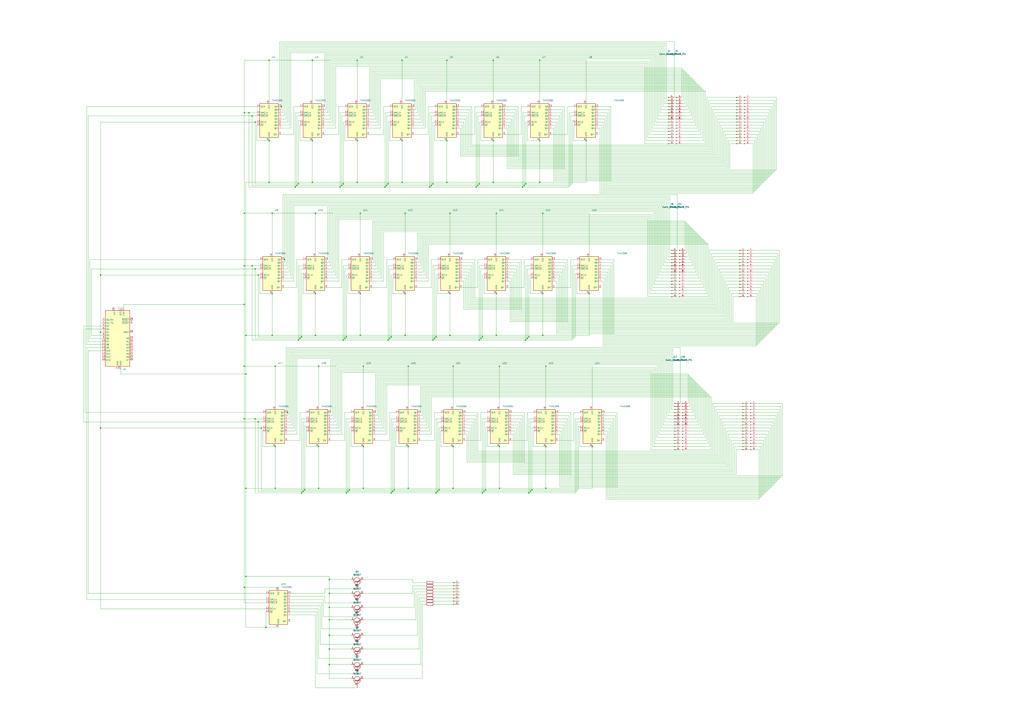
<source format=kicad_sch>
(kicad_sch (version 20230121) (generator eeschema)
  (paper "A1")
  (title_block (title "RGB_LedCube") (date "2024-01-13"))
  (junction (at 279.4 153.67))
  (junction (at 200.66 482.6))
  (junction (at 209.55 100.33))
  (junction (at 330.2 149.86))
  (junction (at 245.11 151.13))
  (junction (at 323.85 402.59))
  (junction (at 247.65 276.86))
  (junction (at 358.14 276.86))
  (junction (at 223.52 241.3))
  (junction (at 82.55 226.06))
  (junction (at 242.57 153.67))
  (junction (at 436.88 402.59))
  (junction (at 392.43 152.4))
  (junction (at 283.21 278.13))
  (junction (at 360.68 402.59))
  (junction (at 443.23 49.53))
  (junction (at 218.44 515.62))
  (junction (at 391.16 153.67))
  (junction (at 320.04 278.13))
  (junction (at 82.55 273.05))
  (junction (at 367.03 115.57))
  (junction (at 285.75 403.86))
  (junction (at 330.2 115.57))
  (junction (at 445.77 275.59))
  (junction (at 372.11 300.99))
  (junction (at 82.55 351.79))
  (junction (at 245.11 279.4))
  (junction (at 293.37 149.86))
  (junction (at 295.91 175.26))
  (junction (at 317.5 152.4))
  (junction (at 330.2 49.53))
  (junction (at 433.07 278.13))
  (junction (at 233.68 213.36))
  (junction (at 259.08 175.26))
  (junction (at 393.7 279.4))
  (junction (at 358.14 405.13))
  (junction (at 209.55 344.17))
  (junction (at 293.37 49.53))
  (junction (at 212.09 346.71))
  (junction (at 332.74 175.26))
  (junction (at 223.52 175.26))
  (junction (at 280.67 152.4))
  (junction (at 246.38 278.13))
  (junction (at 443.23 149.86))
  (junction (at 281.94 151.13))
  (junction (at 287.02 402.59))
  (junction (at 298.45 300.99))
  (junction (at 223.52 275.59))
  (junction (at 270.51 476.25))
  (junction (at 356.87 278.13))
  (junction (at 207.01 95.25))
  (junction (at 367.03 49.53))
  (junction (at 481.33 115.57))
  (junction (at 332.74 275.59))
  (junction (at 359.41 403.86))
  (junction (at 316.23 153.67))
  (junction (at 322.58 403.86))
  (junction (at 270.51 546.1))
  (junction (at 398.78 402.59))
  (junction (at 201.93 401.32))
  (junction (at 231.14 87.63))
  (junction (at 201.93 275.59))
  (junction (at 332.74 241.3))
  (junction (at 256.54 49.53))
  (junction (at 209.55 220.98))
  (junction (at 284.48 276.86))
  (junction (at 270.51 487.68))
  (junction (at 200.66 344.17))
  (junction (at 214.63 351.79))
  (junction (at 353.06 153.67))
  (junction (at 407.67 175.26))
  (junction (at 354.33 152.4))
  (junction (at 405.13 115.57))
  (junction (at 250.19 402.59))
  (junction (at 434.34 405.13))
  (junction (at 443.23 115.57))
  (junction (at 270.51 521.97))
  (junction (at 335.28 367.03))
  (junction (at 204.47 92.71))
  (junction (at 396.24 405.13))
  (junction (at 259.08 241.3))
  (junction (at 243.84 152.4))
  (junction (at 248.92 403.86))
  (junction (at 448.31 401.32))
  (junction (at 200.66 250.19))
  (junction (at 448.31 300.99))
  (junction (at 486.41 367.03))
  (junction (at 256.54 149.86))
  (junction (at 405.13 49.53))
  (junction (at 256.54 115.57))
  (junction (at 284.48 405.13))
  (junction (at 318.77 151.13))
  (junction (at 407.67 241.3))
  (junction (at 226.06 300.99))
  (junction (at 435.61 403.86))
  (junction (at 369.57 275.59))
  (junction (at 448.31 367.03))
  (junction (at 367.03 149.86))
  (junction (at 226.06 401.32))
  (junction (at 295.91 241.3))
  (junction (at 335.28 401.32))
  (junction (at 405.13 149.86))
  (junction (at 394.97 278.13))
  (junction (at 410.21 367.03))
  (junction (at 483.87 241.3))
  (junction (at 431.8 151.13))
  (junction (at 220.98 49.53))
  (junction (at 261.62 367.03))
  (junction (at 298.45 401.32))
  (junction (at 201.93 473.71))
  (junction (at 295.91 275.59))
  (junction (at 369.57 175.26))
  (junction (at 293.37 115.57))
  (junction (at 434.34 276.86))
  (junction (at 259.08 275.59))
  (junction (at 220.98 115.57))
  (junction (at 298.45 367.03))
  (junction (at 200.66 300.99))
  (junction (at 270.51 499.11))
  (junction (at 200.66 175.26))
  (junction (at 261.62 300.99))
  (junction (at 270.51 533.4))
  (junction (at 396.24 276.86))
  (junction (at 445.77 241.3))
  (junction (at 321.31 405.13))
  (junction (at 226.06 367.03))
  (junction (at 270.51 509.27))
  (junction (at 430.53 152.4))
  (junction (at 355.6 151.13))
  (junction (at 247.65 405.13))
  (junction (at 207.01 218.44))
  (junction (at 410.21 300.99))
  (junction (at 355.6 279.4))
  (junction (at 407.67 275.59))
  (junction (at 236.22 339.09))
  (junction (at 220.98 149.86))
  (junction (at 393.7 151.13))
  (junction (at 200.66 92.71))
  (junction (at 212.09 226.06))
  (junction (at 372.11 401.32))
  (junction (at 281.94 279.4))
  (junction (at 372.11 367.03))
  (junction (at 201.93 307.34))
  (junction (at 335.28 300.99))
  (junction (at 369.57 241.3))
  (junction (at 397.51 403.86))
  (junction (at 410.21 401.32))
  (junction (at 200.66 218.44))
  (junction (at 321.31 276.86))
  (junction (at 318.77 279.4))
  (junction (at 431.8 279.4))
  (junction (at 445.77 175.26))
  (junction (at 261.62 401.32))
  (junction (at 429.26 153.67))
  (wire (pts (xy 466.09 393.7) (xy 640.08 393.7)))
  (wire (pts (xy 73.66 278.13) (xy 83.82 278.13)))
  (wire (pts (xy 306.07 58.42) (xy 306.07 92.71)))
  (wire (pts (xy 584.2 123.19) (xy 584.2 87.63)))
  (wire (pts (xy 228.6 515.62) (xy 218.44 515.62)))
  (wire (pts (xy 316.23 314.96) (xy 572.77 314.96)))
  (wire (pts (xy 627.38 149.86) (xy 627.38 100.33)))
  (wire (pts (xy 593.09 346.71) (xy 614.68 346.71)))
  (wire (pts (xy 624.84 105.41) (xy 615.95 105.41)))
  (wire (pts (xy 388.62 215.9) (xy 379.73 215.9)))
  (wire (pts (xy 270.51 95.25) (xy 266.7 95.25)))
  (wire (pts (xy 351.79 351.79) (xy 345.44 351.79)))
  (wire (pts (xy 383.54 251.46) (xy 383.54 226.06)))
  (wire (pts (xy 312.42 187.96) (xy 568.96 187.96)))
  (wire (pts (xy 256.54 149.86) (xy 293.37 149.86)))
  (wire (pts (xy 635 85.09) (xy 615.95 85.09)))
  (wire (pts (xy 200.66 300.99) (xy 200.66 344.17)))
  (wire (pts (xy 427.99 255.27) (xy 427.99 213.36)))
  (wire (pts (xy 430.53 381) (xy 595.63 381)))
  (wire (pts (xy 200.66 218.44) (xy 200.66 250.19)))
  (wire (pts (xy 562.61 181.61) (xy 562.61 205.74)))
  (wire (pts (xy 316.23 314.96) (xy 316.23 354.33)))
  (wire (pts (xy 293.37 149.86) (xy 330.2 149.86)))
  (wire (pts (xy 596.9 382.27) (xy 596.9 354.33)))
  (wire (pts (xy 435.61 403.86) (xy 473.71 403.86)))
  (wire (pts (xy 237.49 223.52) (xy 233.68 223.52)))
  (wire (pts (xy 561.34 57.15) (xy 561.34 82.55)))
  (wire (pts (xy 396.24 344.17) (xy 396.24 405.13)))
  (wire (pts (xy 387.35 375.92) (xy 590.55 375.92)))
  (wire (pts (xy 201.93 307.34) (xy 201.93 401.32)))
  (wire (pts (xy 386.08 220.98) (xy 379.73 220.98)))
  (wire (pts (xy 384.81 92.71) (xy 377.19 92.71)))
  (wire (pts (xy 579.12 74.93) (xy 579.12 118.11)))
  (wire (pts (xy 383.54 251.46) (xy 589.28 251.46)))
  (wire (pts (xy 317.5 316.23) (xy 574.04 316.23)))
  (wire (pts (xy 565.15 367.03) (xy 582.93 367.03)))
  (wire (pts (xy 330.2 149.86) (xy 367.03 149.86)))
  (wire (pts (xy 389.89 110.49) (xy 389.89 87.63)))
  (wire (pts (xy 234.95 97.79) (xy 231.14 97.79)))
  (wire (pts (xy 309.88 62.23) (xy 566.42 62.23)))
  (wire (pts (xy 458.47 341.63) (xy 467.36 341.63)))
  (wire (pts (xy 82.55 273.05) (xy 82.55 351.79)))
  (wire (pts (xy 298.45 300.99) (xy 298.45 334.01)))
  (wire (pts (xy 595.63 257.81) (xy 595.63 231.14)))
  (wire (pts (xy 543.56 39.37) (xy 543.56 90.17)))
  (wire (pts (xy 562.61 241.3) (xy 580.39 241.3)))
  (wire (pts (xy 405.13 49.53) (xy 443.23 49.53)))
  (wire (pts (xy 491.49 100.33) (xy 495.3 100.33)))
  (wire (pts (xy 270.51 171.45) (xy 539.75 171.45)))
  (wire (pts (xy 476.25 344.17) (xy 472.44 344.17)))
  (wire (pts (xy 543.56 90.17) (xy 553.72 90.17)))
  (wire (pts (xy 393.7 279.4) (xy 431.8 279.4)))
  (wire (pts (xy 356.87 486.41) (xy 377.19 486.41)))
  (wire (pts (xy 218.44 515.62) (xy 201.93 515.62)))
  (wire (pts (xy 637.54 80.01) (xy 615.95 80.01)))
  (wire (pts (xy 574.04 69.85) (xy 574.04 107.95)))
  (wire (pts (xy 463.55 349.25) (xy 463.55 396.24)))
  (wire (pts (xy 209.55 100.33) (xy 209.55 151.13)))
  (wire (pts (xy 200.66 175.26) (xy 200.66 92.71)))
  (wire (pts (xy 355.6 279.4) (xy 393.7 279.4)))
  (wire (pts (xy 464.82 346.71) (xy 464.82 394.97)))
  (wire (pts (xy 281.94 151.13) (xy 318.77 151.13)))
  (wire (pts (xy 387.35 119.38) (xy 580.39 119.38)))
  (wire (pts (xy 637.54 267.97) (xy 637.54 210.82)))
  (wire (pts (xy 548.64 341.63) (xy 558.8 341.63)))
  (wire (pts (xy 332.74 175.26) (xy 369.57 175.26)))
  (wire (pts (xy 549.91 339.09) (xy 558.8 339.09)))
  (wire (pts (xy 384.81 378.46) (xy 593.09 378.46)))
  (wire (pts (xy 279.4 153.67) (xy 316.23 153.67)))
  (wire (pts (xy 274.32 223.52) (xy 269.24 223.52)))
  (wire (pts (xy 353.06 354.33) (xy 345.44 354.33)))
  (wire (pts (xy 638.81 208.28) (xy 618.49 208.28)))
  (wire (pts (xy 287.02 402.59) (xy 323.85 402.59)))
  (wire (pts (xy 596.9 354.33) (xy 614.68 354.33)))
  (wire (pts (xy 320.04 92.71) (xy 316.23 92.71)))
  (wire (pts (xy 421.64 356.87) (xy 421.64 389.89)))
  (wire (pts (xy 342.9 92.71) (xy 340.36 92.71)))
  (wire (pts (xy 311.15 63.5) (xy 567.69 63.5)))
  (wire (pts (xy 586.74 334.01) (xy 614.68 334.01)))
  (wire (pts (xy 457.2 146.05) (xy 631.19 146.05)))
  (wire (pts (xy 580.39 199.39) (xy 580.39 241.3)))
  (wire (pts (xy 491.49 87.63) (xy 501.65 87.63)))
  (wire (pts (xy 443.23 49.53) (xy 443.23 82.55)))
  (wire (pts (xy 494.03 228.6) (xy 496.57 228.6)))
  (wire (pts (xy 383.54 379.73) (xy 594.36 379.73)))
  (wire (pts (xy 558.8 285.75) (xy 558.8 331.47)))
  (wire (pts (xy 248.92 403.86) (xy 285.75 403.86)))
  (wire (pts (xy 473.71 218.44) (xy 469.9 218.44)))
  (wire (pts (xy 246.38 339.09) (xy 251.46 339.09)))
  (wire (pts (xy 455.93 231.14) (xy 457.2 231.14)))
  (wire (pts (xy 71.12 492.76) (xy 71.12 285.75)))
  (wire (pts (xy 218.44 502.92) (xy 218.44 515.62)))
  (wire (pts (xy 584.2 208.28) (xy 584.2 246.38)))
  (wire (pts (xy 306.07 181.61) (xy 306.07 213.36)))
  (wire (pts (xy 549.91 161.29) (xy 549.91 208.28)))
  (wire (pts (xy 584.2 87.63) (xy 609.6 87.63)))
  (wire (pts (xy 383.54 226.06) (xy 379.73 226.06)))
  (wire (pts (xy 232.41 212.09) (xy 232.41 160.02)))
  (wire (pts (xy 223.52 241.3) (xy 223.52 275.59)))
  (wire (pts (xy 236.22 339.09) (xy 236.22 287.02)))
  (wire (pts (xy 541.02 170.18) (xy 541.02 226.06)))
  (wire (pts (xy 223.52 175.26) (xy 200.66 175.26)))
  (wire (pts (xy 274.32 344.17) (xy 274.32 298.45)))
  (wire (pts (xy 623.57 410.21) (xy 623.57 369.57)))
  (wire (pts (xy 242.57 354.33) (xy 242.57 293.37)))
  (wire (pts (xy 641.35 334.01) (xy 641.35 392.43)))
  (wire (pts (xy 532.13 113.03) (xy 553.72 113.03)))
  (wire (pts (xy 636.27 397.51) (xy 636.27 344.17)))
  (wire (pts (xy 601.98 364.49) (xy 614.68 364.49)))
  (wire (pts (xy 237.49 41.91) (xy 541.02 41.91)))
  (wire (pts (xy 393.7 218.44) (xy 393.7 279.4)))
  (wire (pts (xy 261.62 300.99) (xy 298.45 300.99)))
  (wire (pts (xy 351.79 200.66) (xy 581.66 200.66)))
  (wire (pts (xy 543.56 167.64) (xy 543.56 220.98)))
  (wire (pts (xy 543.56 295.91) (xy 543.56 351.79)))
  (wire (pts (xy 273.05 297.18) (xy 542.29 297.18)))
  (wire (pts (xy 582.93 85.09) (xy 609.6 85.09)))
  (wire (pts (xy 356.87 102.87) (xy 356.87 115.57)))
  (wire (pts (xy 72.39 487.68) (xy 72.39 288.29)))
  (wire (pts (xy 467.36 92.71) (xy 467.36 153.67)))
  (wire (pts (xy 306.07 181.61) (xy 562.61 181.61)))
  (wire (pts (xy 455.93 215.9) (xy 464.82 215.9)))
  (wire (pts (xy 461.01 354.33) (xy 461.01 398.78)))
  (wire (pts (xy 248.92 346.71) (xy 248.92 403.86)))
  (wire (pts (xy 576.58 195.58) (xy 576.58 233.68)))
  (wire (pts (xy 457.2 274.32) (xy 631.19 274.32)))
  (wire (pts (xy 562.61 226.06) (xy 572.77 226.06)))
  (wire (pts (xy 425.45 386.08) (xy 600.71 386.08)))
  (wire (pts (xy 269.24 46.99) (xy 535.94 46.99)))
  (wire (pts (xy 232.41 92.71) (xy 231.14 92.71)))
  (wire (pts (xy 320.04 361.95) (xy 320.04 339.09)))
  (wire (pts (xy 240.03 290.83) (xy 240.03 349.25)))
  (wire (pts (xy 547.37 213.36) (xy 556.26 213.36)))
  (wire (pts (xy 241.3 351.79) (xy 236.22 351.79)))
  (wire (pts (xy 210.82 115.57) (xy 220.98 115.57)))
  (wire (pts (xy 267.97 45.72) (xy 537.21 45.72)))
  (wire (pts (xy 330.2 49.53) (xy 330.2 82.55)))
  (wire (pts (xy 560.07 97.79) (xy 568.96 97.79)))
  (wire (pts (xy 420.37 361.95) (xy 433.07 361.95)))
  (wire (pts (xy 580.39 322.58) (xy 580.39 361.95)))
  (wire (pts (xy 280.67 236.22) (xy 280.67 213.36)))
  (wire (pts (xy 356.87 92.71) (xy 353.06 92.71)))
  (wire (pts (xy 238.76 346.71) (xy 238.76 289.56)))
  (wire (pts (xy 566.42 62.23) (xy 566.42 92.71)))
  (wire (pts (xy 346.71 100.33) (xy 346.71 72.39)))
  (wire (pts (xy 623.57 107.95) (xy 615.95 107.95)))
  (wire (pts (xy 458.47 97.79) (xy 458.47 144.78)))
  (wire (pts (xy 274.32 344.17) (xy 271.78 344.17)))
  (wire (pts (xy 308.61 97.79) (xy 308.61 60.96)))
  (wire (pts (xy 83.82 280.67) (xy 72.39 280.67)))
  (wire (pts (xy 209.55 344.17) (xy 215.9 344.17)))
  (wire (pts (xy 417.83 226.06) (xy 421.64 226.06)))
  (wire (pts (xy 288.29 344.17) (xy 284.48 344.17)))
  (wire (pts (xy 285.75 226.06) (xy 284.48 226.06)))
  (wire (pts (xy 543.56 220.98) (xy 556.26 220.98)))
  (wire (pts (xy 494.03 157.48) (xy 619.76 157.48)))
  (wire (pts (xy 209.55 405.13) (xy 247.65 405.13)))
  (wire (pts (xy 247.65 276.86) (xy 284.48 276.86)))
  (wire (pts (xy 298.45 487.68) (xy 339.09 487.68)))
  (wire (pts (xy 424.18 259.08) (xy 596.9 259.08)))
  (wire (pts (xy 201.93 149.86) (xy 201.93 275.59)))
  (wire (pts (xy 415.29 100.33) (xy 419.1 100.33)))
  (wire (pts (xy 306.07 58.42) (xy 562.61 58.42)))
  (wire (pts (xy 575.31 71.12) (xy 575.31 110.49)))
  (wire (pts (xy 421.64 389.89) (xy 604.52 389.89)))
  (wire (pts (xy 349.25 226.06) (xy 349.25 198.12)))
  (wire (pts (xy 500.38 220.98) (xy 500.38 279.4)))
  (wire (pts (xy 535.94 236.22) (xy 556.26 236.22)))
  (wire (pts (xy 312.42 105.41) (xy 303.53 105.41)))
  (wire (pts (xy 359.41 403.86) (xy 397.51 403.86)))
  (wire (pts (xy 298.45 476.25) (xy 339.09 476.25)))
  (wire (pts (xy 226.06 300.99) (xy 261.62 300.99)))
  (wire (pts (xy 270.51 487.68) (xy 270.51 499.11)))
  (wire (pts (xy 624.84 236.22) (xy 618.49 236.22)))
  (wire (pts (xy 577.85 196.85) (xy 577.85 236.22)))
  (wire (pts (xy 430.53 152.4) (xy 468.63 152.4)))
  (wire (pts (xy 236.22 163.83) (xy 547.37 163.83)))
  (wire (pts (xy 243.84 356.87) (xy 236.22 356.87)))
  (wire (pts (xy 356.87 494.03) (xy 377.19 494.03)))
  (wire (pts (xy 351.79 110.49) (xy 351.79 87.63)))
  (wire (pts (xy 588.01 336.55) (xy 614.68 336.55)))
  (wire (pts (xy 243.84 236.22) (xy 243.84 213.36)))
  (wire (pts (xy 623.57 153.67) (xy 623.57 107.95)))
  (wire (pts (xy 398.78 402.59) (xy 436.88 402.59)))
  (wire (pts (xy 213.36 213.36) (xy 73.66 213.36)))
  (wire (pts (xy 274.32 223.52) (xy 274.32 176.53)))
  (wire (pts (xy 308.61 184.15) (xy 565.15 184.15)))
  (wire (pts (xy 601.98 243.84) (xy 612.14 243.84)))
  (wire (pts (xy 270.51 476.25) (xy 270.51 487.68)))
  (wire (pts (xy 339.09 487.68) (xy 339.09 481.33)))
  (wire (pts (xy 298.45 546.1) (xy 345.44 546.1)))
  (wire (pts (xy 240.03 290.83) (xy 548.64 290.83)))
  (wire (pts (xy 270.51 487.68) (xy 288.29 487.68)))
  (wire (pts (xy 392.43 95.25) (xy 392.43 152.4)))
  (wire (pts (xy 538.48 361.95) (xy 558.8 361.95)))
  (wire (pts (xy 636.27 269.24) (xy 636.27 213.36)))
  (wire (pts (xy 387.35 218.44) (xy 379.73 218.44)))
  (wire (pts (xy 200.66 218.44) (xy 207.01 218.44)))
  (wire (pts (xy 448.31 300.99) (xy 486.41 300.99)))
  (wire (pts (xy 356.87 220.98) (xy 356.87 278.13)))
  (wire (pts (xy 311.15 223.52) (xy 306.07 223.52)))
  (wire (pts (xy 232.41 160.02) (xy 556.26 160.02)))
  (wire (pts (xy 236.22 361.95) (xy 246.38 361.95)))
  (wire (pts (xy 236.22 341.63) (xy 236.22 339.09)))
  (wire (pts (xy 591.82 130.81) (xy 591.82 102.87)))
  (wire (pts (xy 562.61 236.22) (xy 577.85 236.22)))
  (wire (pts (xy 424.18 387.35) (xy 601.98 387.35)))
  (wire (pts (xy 534.67 177.8) (xy 534.67 238.76)))
  (wire (pts (xy 562.61 238.76) (xy 579.12 238.76)))
  (wire (pts (xy 476.25 346.71) (xy 473.71 346.71)))
  (wire (pts (xy 204.47 153.67) (xy 242.57 153.67)))
  (wire (pts (xy 453.39 110.49) (xy 466.09 110.49)))
  (wire (pts (xy 317.5 152.4) (xy 354.33 152.4)))
  (wire (pts (xy 288.29 346.71) (xy 285.75 346.71)))
  (wire (pts (xy 271.78 50.8) (xy 533.4 50.8)))
  (wire (pts (xy 271.78 295.91) (xy 271.78 339.09)))
  (wire (pts (xy 627.38 100.33) (xy 615.95 100.33)))
  (wire (pts (xy 314.96 87.63) (xy 320.04 87.63)))
  (wire (pts (xy 497.84 281.94) (xy 623.57 281.94)))
  (wire (pts (xy 585.47 210.82) (xy 612.14 210.82)))
  (wire (pts (xy 420.37 339.09) (xy 430.53 339.09)))
  (wire (pts (xy 410.21 300.99) (xy 448.31 300.99)))
  (wire (pts (xy 231.14 90.17) (xy 231.14 87.63)))
  (wire (pts (xy 320.04 95.25) (xy 317.5 95.25)))
  (wire (pts (xy 350.52 322.58) (xy 580.39 322.58)))
  (wire (pts (xy 581.66 200.66) (xy 581.66 243.84)))
  (wire (pts (xy 314.96 313.69) (xy 571.5 313.69)))
  (wire (pts (xy 351.79 323.85) (xy 581.66 323.85)))
  (wire (pts (xy 595.63 351.79) (xy 614.68 351.79)))
  (wire (pts (xy 322.58 403.86) (xy 359.41 403.86)))
  (wire (pts (xy 345.44 494.03) (xy 349.25 494.03)))
  (wire (pts (xy 358.14 405.13) (xy 396.24 405.13)))
  (wire (pts (xy 273.05 100.33) (xy 273.05 52.07)))
  (wire (pts (xy 246.38 115.57) (xy 256.54 115.57)))
  (wire (pts (xy 589.28 218.44) (xy 612.14 218.44)))
  (wire (pts (xy 266.7 487.68) (xy 266.7 483.87)))
  (wire (pts (xy 101.6 252.73) (xy 101.6 250.19)))
  (wire (pts (xy 497.84 153.67) (xy 623.57 153.67)))
  (wire (pts (xy 538.48 302.26) (xy 538.48 361.95)))
  (wire (pts (xy 626.11 407.67) (xy 626.11 364.49)))
  (wire (pts (xy 471.17 220.98) (xy 471.17 278.13)))
  (wire (pts (xy 386.08 120.65) (xy 386.08 90.17)))
  (wire (pts (xy 241.3 110.49) (xy 241.3 87.63)))
  (wire (pts (xy 201.93 473.71) (xy 201.93 401.32)))
  (wire (pts (xy 466.09 344.17) (xy 466.09 393.7)))
  (wire (pts (xy 532.13 243.84) (xy 556.26 243.84)))
  (wire (pts (xy 533.4 110.49) (xy 553.72 110.49)))
  (wire (pts (xy 283.21 339.09) (xy 288.29 339.09)))
  (wire (pts (xy 270.51 95.25) (xy 270.51 48.26)))
  (wire (pts (xy 278.13 180.34) (xy 278.13 231.14)))
  (wire (pts (xy 565.15 364.49) (xy 581.66 364.49)))
  (wire (pts (xy 271.78 97.79) (xy 266.7 97.79)))
  (wire (pts (xy 632.46 273.05) (xy 632.46 220.98)))
  (wire (pts (xy 281.94 100.33) (xy 281.94 151.13)))
  (wire (pts (xy 354.33 95.25) (xy 354.33 152.4)))
  (wire (pts (xy 425.45 129.54) (xy 590.55 129.54)))
  (wire (pts (xy 445.77 275.59) (xy 445.77 241.3)))
  (wire (pts (xy 410.21 300.99) (xy 410.21 334.01)))
  (wire (pts (xy 218.44 492.76) (xy 71.12 492.76)))
  (wire (pts (xy 532.13 52.07) (xy 532.13 113.03)))
  (wire (pts (xy 82.55 100.33) (xy 209.55 100.33)))
  (wire (pts (xy 642.62 331.47) (xy 621.03 331.47)))
  (wire (pts (xy 256.54 49.53) (xy 293.37 49.53)))
  (wire (pts (xy 424.18 130.81) (xy 591.82 130.81)))
  (wire (pts (xy 581.66 82.55) (xy 581.66 120.65)))
  (wire (pts (xy 200.66 175.26) (xy 200.66 218.44)))
  (wire (pts (xy 245.11 218.44) (xy 245.11 279.4)))
  (wire (pts (xy 391.16 372.11) (xy 586.74 372.11)))
  (wire (pts (xy 430.53 381) (xy 430.53 339.09)))
  (wire (pts (xy 494.03 102.87) (xy 494.03 157.48)))
  (wire (pts (xy 288.29 351.79) (xy 287.02 351.79)))
  (wire (pts (xy 250.19 350.52) (xy 250.19 402.59)))
  (wire (pts (xy 494.03 220.98) (xy 500.38 220.98)))
  (wire (pts (xy 245.11 99.06) (xy 245.11 151.13)))
  (wire (pts (xy 330.2 149.86) (xy 330.2 115.57)))
  (wire (pts (xy 548.64 290.83) (xy 548.64 341.63)))
  (wire (pts (xy 391.16 92.71) (xy 391.16 153.67)))
  (wire (pts (xy 562.61 228.6) (xy 574.04 228.6)))
  (wire (pts (xy 600.71 262.89) (xy 600.71 241.3)))
  (wire (pts (xy 631.19 274.32) (xy 631.19 223.52)))
  (wire (pts (xy 266.7 490.22) (xy 266.7 495.3)))
  (wire (pts (xy 270.51 546.1) (xy 270.51 557.53)))
  (wire (pts (xy 209.55 405.13) (xy 209.55 344.17)))
  (wire (pts (xy 234.95 218.44) (xy 233.68 218.44)))
  (wire (pts (xy 472.44 224.79) (xy 472.44 276.86)))
  (wire (pts (xy 560.07 95.25) (xy 567.69 95.25)))
  (wire (pts (xy 627.38 406.4) (xy 627.38 361.95)))
  (wire (pts (xy 391.16 153.67) (xy 429.26 153.67)))
  (wire (pts (xy 345.44 194.31) (xy 575.31 194.31)))
  (wire (pts (xy 468.63 213.36) (xy 473.71 213.36)))
  (wire (pts (xy 356.87 361.95) (xy 356.87 339.09)))
  (wire (pts (xy 293.37 49.53) (xy 293.37 82.55)))
  (wire (pts (xy 604.52 389.89) (xy 604.52 369.57)))
  (wire (pts (xy 534.67 48.26) (xy 534.67 107.95)))
  (wire (pts (xy 594.36 107.95) (xy 609.6 107.95)))
  (wire (pts (xy 238.76 105.41) (xy 231.14 105.41)))
  (wire (pts (xy 346.71 557.53) (xy 346.71 496.57)))
  (wire (pts (xy 280.67 95.25) (xy 280.67 152.4)))
  (wire (pts (xy 201.93 275.59) (xy 223.52 275.59)))
  (wire (pts (xy 347.98 102.87) (xy 340.36 102.87)))
  (wire (pts (xy 349.25 74.93) (xy 579.12 74.93)))
  (wire (pts (xy 273.05 297.18) (xy 273.05 341.63)))
  (wire (pts (xy 505.46 402.59) (xy 631.19 402.59)))
  (wire (pts (xy 274.32 102.87) (xy 266.7 102.87)))
  (wire (pts (xy 394.97 95.25) (xy 392.43 95.25)))
  (wire (pts (xy 626.11 151.13) (xy 626.11 102.87)))
  (wire (pts (xy 443.23 49.53) (xy 481.33 49.53)))
  (wire (pts (xy 266.7 110.49) (xy 278.13 110.49)))
  (wire (pts (xy 397.51 228.6) (xy 397.51 241.3)))
  (wire (pts (xy 381 100.33) (xy 377.19 100.33)))
  (wire (pts (xy 628.65 405.13) (xy 628.65 359.41)))
  (wire (pts (xy 293.37 553.72) (xy 260.35 553.72)))
  (wire (pts (xy 274.32 176.53) (xy 535.94 176.53)))
  (wire (pts (xy 238.76 487.68) (xy 266.7 487.68)))
  (wire (pts (xy 454.66 105.41) (xy 454.66 148.59)))
  (wire (pts (xy 307.34 95.25) (xy 303.53 95.25)))
  (wire (pts (xy 626.11 364.49) (xy 621.03 364.49)))
  (wire (pts (xy 322.58 226.06) (xy 321.31 226.06)))
  (wire (pts (xy 335.28 401.32) (xy 335.28 367.03)))
  (wire (pts (xy 496.57 154.94) (xy 622.3 154.94)))
  (wire (pts (xy 565.15 354.33) (xy 576.58 354.33)))
  (wire (pts (xy 298.45 557.53) (xy 346.71 557.53)))
  (wire (pts (xy 223.52 275.59) (xy 259.08 275.59)))
  (wire (pts (xy 271.78 218.44) (xy 269.24 218.44)))
  (wire (pts (xy 494.03 223.52) (xy 499.11 223.52)))
  (wire (pts (xy 344.17 95.25) (xy 344.17 69.85)))
  (wire (pts (xy 445.77 175.26) (xy 483.87 175.26)))
  (wire (pts (xy 295.91 175.26) (xy 332.74 175.26)))
  (wire (pts (xy 491.49 105.41) (xy 492.76 105.41)))
  (wire (pts (xy 285.75 241.3) (xy 295.91 241.3)))
  (wire (pts (xy 560.07 85.09) (xy 562.61 85.09)))
  (wire (pts (xy 538.48 231.14) (xy 556.26 231.14)))
  (wire (pts (xy 539.75 359.41) (xy 558.8 359.41)))
  (wire (pts (xy 347.98 344.17) (xy 345.44 344.17)))
  (wire (pts (xy 311.15 344.17) (xy 308.61 344.17)))
  (wire (pts (xy 575.31 317.5) (xy 575.31 351.79)))
  (wire (pts (xy 631.19 402.59) (xy 631.19 354.33)))
  (wire (pts (xy 356.87 491.49) (xy 377.19 491.49)))
  (wire (pts (xy 307.34 182.88) (xy 307.34 215.9)))
  (wire (pts (xy 593.09 132.08) (xy 593.09 105.41)))
  (wire (pts (xy 378.46 105.41) (xy 377.19 105.41)))
  (wire (pts (xy 247.65 405.13) (xy 284.48 405.13)))
  (wire (pts (xy 251.46 354.33) (xy 251.46 367.03)))
  (wire (pts (xy 304.8 57.15) (xy 561.34 57.15)))
  (wire (pts (xy 565.15 359.41) (xy 579.12 359.41)))
  (wire (pts (xy 381 254) (xy 591.82 254)))
  (wire (pts (xy 256.54 49.53) (xy 256.54 82.55)))
  (wire (pts (xy 234.95 218.44) (xy 234.95 162.56)))
  (wire (pts (xy 580.39 80.01) (xy 580.39 119.38)))
  (wire (pts (xy 386.08 351.79) (xy 382.27 351.79)))
  (wire (pts (xy 69.85 270.51) (xy 83.82 270.51)))
  (wire (pts (xy 538.48 100.33) (xy 553.72 100.33)))
  (wire (pts (xy 461.01 398.78) (xy 635 398.78)))
  (wire (pts (xy 626.11 102.87) (xy 615.95 102.87)))
  (wire (pts (xy 354.33 356.87) (xy 345.44 356.87)))
  (wire (pts (xy 384.81 250.19) (xy 588.01 250.19)))
  (wire (pts (xy 358.14 226.06) (xy 358.14 276.86)))
  (wire (pts (xy 491.49 92.71) (xy 499.11 92.71)))
  (wire (pts (xy 632.46 401.32) (xy 632.46 351.79)))
  (wire (pts (xy 499.11 354.33) (xy 499.11 408.94)))
  (wire (pts (xy 461.01 142.24) (xy 635 142.24)))
  (wire (pts (xy 553.72 34.29) (xy 553.72 80.01)))
  (wire (pts (xy 640.08 393.7) (xy 640.08 336.55)))
  (wire (pts (xy 372.11 300.99) (xy 372.11 334.01)))
  (wire (pts (xy 576.58 72.39) (xy 576.58 113.03)))
  (wire (pts (xy 624.84 408.94) (xy 624.84 367.03)))
  (wire (pts (xy 496.57 341.63) (xy 505.46 341.63)))
  (wire (pts (xy 464.82 266.7) (xy 638.81 266.7)))
  (wire (pts (xy 618.49 215.9) (xy 635 215.9)))
  (wire (pts (xy 311.15 186.69) (xy 567.69 186.69)))
  (wire (pts (xy 271.78 295.91) (xy 543.56 295.91)))
  (wire (pts (xy 410.21 401.32) (xy 410.21 367.03)))
  (wire (pts (xy 497.84 95.25) (xy 497.84 153.67)))
  (wire (pts (xy 270.51 533.4) (xy 270.51 546.1)))
  (wire (pts (xy 213.36 228.6) (xy 213.36 241.3)))
  (wire (pts (xy 419.1 231.14) (xy 419.1 264.16)))
  (wire (pts (xy 537.21 364.49) (xy 558.8 364.49)))
  (wire (pts (xy 576.58 318.77) (xy 576.58 354.33)))
  (wire (pts (xy 416.56 138.43) (xy 599.44 138.43)))
  (wire (pts (xy 347.98 223.52) (xy 347.98 196.85)))
  (wire (pts (xy 434.34 405.13) (xy 472.44 405.13)))
  (wire (pts (xy 278.13 303.53) (xy 537.21 303.53)))
  (wire (pts (xy 341.63 486.41) (xy 349.25 486.41)))
  (wire (pts (xy 346.71 341.63) (xy 346.71 318.77)))
  (wire (pts (xy 320.04 102.87) (xy 320.04 115.57)))
  (wire (pts (xy 212.09 226.06) (xy 82.55 226.06)))
  (wire (pts (xy 621.03 346.71) (xy 635 346.71)))
  (wire (pts (xy 462.28 90.17) (xy 462.28 140.97)))
  (wire (pts (xy 384.81 250.19) (xy 384.81 223.52)))
  (wire (pts (xy 562.61 231.14) (xy 575.31 231.14)))
  (wire (pts (xy 288.29 367.03) (xy 298.45 367.03)))
  (wire (pts (xy 234.95 285.75) (xy 558.8 285.75)))
  (wire (pts (xy 212.09 403.86) (xy 212.09 346.71)))
  (wire (pts (xy 501.65 218.44) (xy 501.65 278.13)))
  (wire (pts (xy 459.74 271.78) (xy 633.73 271.78)))
  (wire (pts (xy 229.87 34.29) (xy 553.72 34.29)))
  (wire (pts (xy 394.97 220.98) (xy 394.97 278.13)))
  (wire (pts (xy 570.23 66.04) (xy 570.23 100.33)))
  (wire (pts (xy 633.73 87.63) (xy 615.95 87.63)))
  (wire (pts (xy 466.09 87.63) (xy 471.17 87.63)))
  (wire (pts (xy 241.3 168.91) (xy 542.29 168.91)))
  (wire (pts (xy 347.98 73.66) (xy 577.85 73.66)))
  (wire (pts (xy 270.51 521.97) (xy 270.51 533.4)))
  (wire (pts (xy 585.47 90.17) (xy 609.6 90.17)))
  (wire (pts (xy 261.62 401.32) (xy 298.45 401.32)))
  (wire (pts (xy 209.55 220.98) (xy 213.36 220.98)))
  (wire (pts (xy 574.04 193.04) (xy 574.04 228.6)))
  (wire (pts (xy 574.04 316.23) (xy 574.04 349.25)))
  (wire (pts (xy 419.1 264.16) (xy 601.98 264.16)))
  (wire (pts (xy 233.68 213.36) (xy 233.68 161.29)))
  (wire (pts (xy 283.21 102.87) (xy 283.21 115.57)))
  (wire (pts (xy 590.55 100.33) (xy 590.55 129.54)))
  (wire (pts (xy 346.71 220.98) (xy 346.71 195.58)))
  (wire (pts (xy 325.12 346.71) (xy 322.58 346.71)))
  (wire (pts (xy 345.44 218.44) (xy 342.9 218.44)))
  (wire (pts (xy 387.35 247.65) (xy 387.35 218.44)))
  (wire (pts (xy 313.69 349.25) (xy 313.69 312.42)))
  (wire (pts (xy 425.45 386.08) (xy 425.45 349.25)))
  (wire (pts (xy 570.23 312.42) (xy 570.23 341.63)))
  (wire (pts (xy 618.49 158.75) (xy 618.49 118.11)))
  (wire (pts (xy 238.76 495.3) (xy 264.16 495.3)))
  (wire (pts (xy 623.57 369.57) (xy 621.03 369.57)))
  (wire (pts (xy 582.93 325.12) (xy 582.93 367.03)))
  (wire (pts (xy 640.08 205.74) (xy 640.08 265.43)))
  (wire (pts (xy 273.05 100.33) (xy 266.7 100.33)))
  (wire (pts (xy 214.63 351.79) (xy 214.63 402.59)))
  (wire (pts (xy 356.87 478.79) (xy 377.19 478.79)))
  (wire (pts (xy 386.08 248.92) (xy 386.08 220.98)))
  (wire (pts (xy 458.47 361.95) (xy 471.17 361.95)))
  (wire (pts (xy 534.67 306.07) (xy 534.67 369.57)))
  (wire (pts (xy 387.35 247.65) (xy 585.47 247.65)))
  (wire (pts (xy 433.07 102.87) (xy 433.07 115.57)))
  (wire (pts (xy 438.15 367.03) (xy 448.31 367.03)))
  (wire (pts (xy 486.41 401.32) (xy 486.41 367.03)))
  (wire (pts (xy 425.45 129.54) (xy 425.45 87.63)))
  (wire (pts (xy 379.73 228.6) (xy 382.27 228.6)))
  (wire (pts (xy 565.15 339.09) (xy 568.96 339.09)))
  (wire (pts (xy 462.28 397.51) (xy 636.27 397.51)))
  (wire (pts (xy 389.89 87.63) (xy 394.97 87.63)))
  (wire (pts (xy 345.44 71.12) (xy 575.31 71.12)))
  (wire (pts (xy 271.78 97.79) (xy 271.78 50.8)))
  (wire (pts (xy 261.62 367.03) (xy 261.62 401.32)))
  (wire (pts (xy 604.52 369.57) (xy 614.68 369.57)))
  (wire (pts (xy 486.41 300.99) (xy 486.41 334.01)))
  (wire (pts (xy 381 254) (xy 381 231.14)))
  (wire (pts (xy 391.16 341.63) (xy 382.27 341.63)))
  (wire (pts (xy 632.46 144.78) (xy 632.46 90.17)))
  (wire (pts (xy 534.67 238.76) (xy 556.26 238.76)))
  (wire (pts (xy 495.3 231.14) (xy 495.3 284.48)))
  (wire (pts (xy 388.62 246.38) (xy 584.2 246.38)))
  (wire (pts (xy 201.93 515.62) (xy 201.93 473.71)))
  (wire (pts (xy 275.59 54.61) (xy 529.59 54.61)))
  (wire (pts (xy 642.62 331.47) (xy 642.62 391.16)))
  (wire (pts (xy 491.49 90.17) (xy 500.38 90.17)))
  (wire (pts (xy 279.4 354.33) (xy 279.4 304.8)))
  (wire (pts (xy 421.64 133.35) (xy 594.36 133.35)))
  (wire (pts (xy 388.62 374.65) (xy 589.28 374.65)))
  (wire (pts (xy 347.98 102.87) (xy 347.98 73.66)))
  (wire (pts (xy 556.26 160.02) (xy 556.26 205.74)))
  (wire (pts (xy 295.91 275.59) (xy 295.91 241.3)))
  (wire (pts (xy 342.9 521.97) (xy 342.9 488.95)))
  (wire (pts (xy 271.78 361.95) (xy 283.21 361.95)))
  (wire (pts (xy 274.32 53.34) (xy 530.86 53.34)))
  (wire (pts (xy 586.74 334.01) (xy 586.74 372.11)))
  (wire (pts (xy 621.03 156.21) (xy 621.03 113.03)))
  (wire (pts (xy 266.7 483.87) (xy 293.37 483.87)))
  (wire (pts (xy 431.8 218.44) (xy 431.8 279.4)))
  (wire (pts (xy 270.51 499.11) (xy 288.29 499.11)))
  (wire (pts (xy 458.47 144.78) (xy 632.46 144.78)))
  (wire (pts (xy 495.3 156.21) (xy 621.03 156.21)))
  (wire (pts (xy 544.83 87.63) (xy 553.72 87.63)))
  (wire (pts (xy 339.09 481.33) (xy 349.25 481.33)))
  (wire (pts (xy 303.53 55.88) (xy 560.07 55.88)))
  (wire (pts (xy 629.92 226.06) (xy 618.49 226.06)))
  (wire (pts (xy 369.57 275.59) (xy 407.67 275.59)))
  (wire (pts (xy 346.71 496.57) (xy 349.25 496.57)))
  (wire (pts (xy 394.97 361.95) (xy 394.97 339.09)))
  (wire (pts (xy 580.39 80.01) (xy 609.6 80.01)))
  (wire (pts (xy 73.66 213.36) (xy 73.66 278.13)))
  (wire (pts (xy 347.98 196.85) (xy 577.85 196.85)))
  (wire (pts (xy 356.87 339.09) (xy 361.95 339.09)))
  (wire (pts (xy 596.9 113.03) (xy 609.6 113.03)))
  (wire (pts (xy 367.03 149.86) (xy 367.03 115.57)))
  (wire (pts (xy 356.87 488.95) (xy 377.19 488.95)))
  (wire (pts (xy 360.68 402.59) (xy 398.78 402.59)))
  (wire (pts (xy 416.56 105.41) (xy 416.56 138.43)))
  (wire (pts (xy 369.57 275.59) (xy 369.57 241.3)))
  (wire (pts (xy 455.93 102.87) (xy 455.93 147.32)))
  (wire (pts (xy 458.47 354.33) (xy 461.01 354.33)))
  (wire (pts (xy 207.01 279.4) (xy 245.11 279.4)))
  (wire (pts (xy 354.33 326.39) (xy 584.2 326.39)))
  (wire (pts (xy 280.67 152.4) (xy 317.5 152.4)))
  (wire (pts (xy 565.15 346.71) (xy 572.77 346.71)))
  (wire (pts (xy 236.22 40.64) (xy 542.29 40.64)))
  (wire (pts (xy 551.18 336.55) (xy 558.8 336.55)))
  (wire (pts (xy 382.27 124.46) (xy 585.47 124.46)))
  (wire (pts (xy 293.37 149.86) (xy 293.37 115.57)))
  (wire (pts (xy 237.49 344.17) (xy 236.22 344.17)))
  (wire (pts (xy 541.02 226.06) (xy 556.26 226.06)))
  (wire (pts (xy 342.9 92.71) (xy 342.9 68.58)))
  (wire (pts (xy 260.35 553.72) (xy 260.35 502.92)))
  (wire (pts (xy 530.86 115.57) (xy 553.72 115.57)))
  (wire (pts (xy 245.11 279.4) (xy 281.94 279.4)))
  (wire (pts (xy 581.66 243.84) (xy 562.61 243.84)))
  (wire (pts (xy 566.42 334.01) (xy 565.15 334.01)))
  (wire (pts (xy 459.74 95.25) (xy 459.74 143.51)))
  (wire (pts (xy 372.11 401.32) (xy 410.21 401.32)))
  (wire (pts (xy 628.65 148.59) (xy 628.65 97.79)))
  (wire (pts (xy 214.63 402.59) (xy 250.19 402.59)))
  (wire (pts (xy 392.43 213.36) (xy 397.51 213.36)))
  (wire (pts (xy 473.71 228.6) (xy 473.71 241.3)))
  (wire (pts (xy 581.66 323.85) (xy 581.66 364.49)))
  (wire (pts (xy 595.63 110.49) (xy 609.6 110.49)))
  (wire (pts (xy 458.47 346.71) (xy 464.82 346.71)))
  (wire (pts (xy 313.69 228.6) (xy 306.07 228.6)))
  (wire (pts (xy 546.1 85.09) (xy 553.72 85.09)))
  (wire (pts (xy 560.07 87.63) (xy 563.88 87.63)))
  (wire (pts (xy 504.19 344.17) (xy 504.19 403.86)))
  (wire (pts (xy 242.57 153.67) (xy 279.4 153.67)))
  (wire (pts (xy 429.26 153.67) (xy 467.36 153.67)))
  (wire (pts (xy 212.09 346.71) (xy 68.58 346.71)))
  (wire (pts (xy 345.44 97.79) (xy 340.36 97.79)))
  (wire (pts (xy 462.28 351.79) (xy 462.28 397.51)))
  (wire (pts (xy 473.71 226.06) (xy 473.71 224.79)))
  (wire (pts (xy 565.15 60.96) (xy 565.15 90.17)))
  (wire (pts (xy 542.29 40.64) (xy 542.29 92.71)))
  (wire (pts (xy 251.46 344.17) (xy 247.65 344.17)))
  (wire (pts (xy 271.78 218.44) (xy 271.78 172.72)))
  (wire (pts (xy 491.49 102.87) (xy 494.03 102.87)))
  (wire (pts (xy 346.71 195.58) (xy 576.58 195.58)))
  (wire (pts (xy 284.48 344.17) (xy 284.48 405.13)))
  (wire (pts (xy 367.03 149.86) (xy 405.13 149.86)))
  (wire (pts (xy 251.46 346.71) (xy 248.92 346.71)))
  (wire (pts (xy 306.07 215.9) (xy 307.34 215.9)))
  (wire (pts (xy 391.16 372.11) (xy 391.16 341.63)))
  (wire (pts (xy 344.17 533.4) (xy 344.17 491.49)))
  (wire (pts (xy 476.25 354.33) (xy 476.25 367.03)))
  (wire (pts (xy 246.38 220.98) (xy 246.38 278.13)))
  (wire (pts (xy 591.82 223.52) (xy 612.14 223.52)))
  (wire (pts (xy 283.21 220.98) (xy 283.21 278.13)))
  (wire (pts (xy 273.05 220.98) (xy 273.05 173.99)))
  (wire (pts (xy 318.77 279.4) (xy 355.6 279.4)))
  (wire (pts (xy 633.73 400.05) (xy 633.73 349.25)))
  (wire (pts (xy 438.15 351.79) (xy 436.88 351.79)))
  (wire (pts (xy 218.44 495.3) (xy 200.66 495.3)))
  (wire (pts (xy 546.1 293.37) (xy 546.1 346.71)))
  (wire (pts (xy 320.04 278.13) (xy 356.87 278.13)))
  (wire (pts (xy 570.23 189.23) (xy 570.23 220.98)))
  (wire (pts (xy 367.03 49.53) (xy 405.13 49.53)))
  (wire (pts (xy 502.92 276.86) (xy 628.65 276.86)))
  (wire (pts (xy 575.31 194.31) (xy 575.31 231.14)))
  (wire (pts (xy 72.39 95.25) (xy 72.39 280.67)))
  (wire (pts (xy 270.51 509.27) (xy 270.51 521.97)))
  (wire (pts (xy 265.43 492.76) (xy 265.43 506.73)))
  (wire (pts (xy 238.76 492.76) (xy 265.43 492.76)))
  (wire (pts (xy 314.96 351.79) (xy 314.96 313.69)))
  (wire (pts (xy 459.74 356.87) (xy 459.74 400.05)))
  (wire (pts (xy 539.75 43.18) (xy 539.75 97.79)))
  (wire (pts (xy 283.21 361.95) (xy 283.21 339.09)))
  (wire (pts (xy 463.55 267.97) (xy 637.54 267.97)))
  (wire (pts (xy 342.9 236.22) (xy 354.33 236.22)))
  (wire (pts (xy 435.61 220.98) (xy 433.07 220.98)))
  (wire (pts (xy 593.09 105.41) (xy 609.6 105.41)))
  (wire (pts (xy 384.81 121.92) (xy 582.93 121.92)))
  (wire (pts (xy 270.51 48.26) (xy 534.67 48.26)))
  (wire (pts (xy 547.37 163.83) (xy 547.37 213.36)))
  (wire (pts (xy 384.81 121.92) (xy 384.81 92.71)))
  (wire (pts (xy 458.47 349.25) (xy 463.55 349.25)))
  (wire (pts (xy 381 125.73) (xy 381 100.33)))
  (wire (pts (xy 427.99 110.49) (xy 427.99 87.63)))
  (wire (pts (xy 393.7 151.13) (xy 431.8 151.13)))
  (wire (pts (xy 415.29 102.87) (xy 417.83 102.87)))
  (wire (pts (xy 579.12 198.12) (xy 579.12 238.76)))
  (wire (pts (xy 458.47 228.6) (xy 458.47 273.05)))
  (wire (pts (xy 241.3 292.1) (xy 241.3 351.79)))
  (wire (pts (xy 388.62 374.65) (xy 388.62 346.71)))
  (wire (pts (xy 243.84 152.4) (xy 280.67 152.4)))
  (wire (pts (xy 566.42 185.42) (xy 566.42 213.36)))
  (wire (pts (xy 275.59 299.72) (xy 539.75 299.72)))
  (wire (pts (xy 543.56 351.79) (xy 558.8 351.79)))
  (wire (pts (xy 422.91 132.08) (xy 593.09 132.08)))
  (wire (pts (xy 410.21 401.32) (xy 448.31 401.32)))
  (wire (pts (xy 264.16 516.89) (xy 293.37 516.89)))
  (wire (pts (xy 638.81 339.09) (xy 621.03 339.09)))
  (wire (pts (xy 426.72 384.81) (xy 426.72 346.71)))
  (wire (pts (xy 259.08 175.26) (xy 295.91 175.26)))
  (wire (pts (xy 341.63 509.27) (xy 341.63 486.41)))
  (wire (pts (xy 565.15 344.17) (xy 571.5 344.17)))
  (wire (pts (xy 306.07 236.22) (xy 317.5 236.22)))
  (wire (pts (xy 394.97 339.09) (xy 400.05 339.09)))
  (wire (pts (xy 618.49 118.11) (xy 615.95 118.11)))
  (wire (pts (xy 407.67 275.59) (xy 407.67 241.3)))
  (wire (pts (xy 588.01 215.9) (xy 612.14 215.9)))
  (wire (pts (xy 535.94 367.03) (xy 558.8 367.03)))
  (wire (pts (xy 551.18 288.29) (xy 551.18 336.55)))
  (wire (pts (xy 421.64 261.62) (xy 599.44 261.62)))
  (wire (pts (xy 397.51 346.71) (xy 397.51 403.86)))
  (wire (pts (xy 383.54 356.87) (xy 382.27 356.87)))
  (wire (pts (xy 267.97 45.72) (xy 267.97 90.17)))
  (wire (pts (xy 71.12 285.75) (xy 83.82 285.75)))
  (wire (pts (xy 311.15 102.87) (xy 303.53 102.87)))
  (wire (pts (xy 572.77 314.96) (xy 572.77 346.71)))
  (wire (pts (xy 340.36 483.87) (xy 349.25 483.87)))
  (wire (pts (xy 529.59 118.11) (xy 553.72 118.11)))
  (wire (pts (xy 433.07 220.98) (xy 433.07 278.13)))
  (wire (pts (xy 335.28 300.99) (xy 335.28 334.01)))
  (wire (pts (xy 539.75 299.72) (xy 539.75 359.41)))
  (wire (pts (xy 341.63 90.17) (xy 341.63 67.31)))
  (wire (pts (xy 429.26 382.27) (xy 596.9 382.27)))
  (wire (pts (xy 565.15 307.34) (xy 565.15 331.47)))
  (wire (pts (xy 359.41 218.44) (xy 355.6 218.44)))
  (wire (pts (xy 429.26 382.27) (xy 429.26 341.63)))
  (wire (pts (xy 382.27 354.33) (xy 384.81 354.33)))
  (wire (pts (xy 345.44 97.79) (xy 345.44 71.12)))
  (wire (pts (xy 251.46 367.03) (xy 261.62 367.03)))
  (wire (pts (xy 473.71 220.98) (xy 471.17 220.98)))
  (wire (pts (xy 435.61 228.6) (xy 435.61 241.3)))
  (wire (pts (xy 350.52 228.6) (xy 350.52 199.39)))
  (wire (pts (xy 72.39 288.29) (xy 83.82 288.29)))
  (wire (pts (xy 586.74 248.92) (xy 586.74 213.36)))
  (wire (pts (xy 548.64 162.56) (xy 548.64 210.82)))
  (wire (pts (xy 542.29 92.71) (xy 553.72 92.71)))
  (wire (pts (xy 598.17 260.35) (xy 598.17 236.22)))
  (wire (pts (xy 342.9 215.9) (xy 344.17 215.9)))
  (wire (pts (xy 431.8 100.33) (xy 431.8 151.13)))
  (wire (pts (xy 584.2 369.57) (xy 565.15 369.57)))
  (wire (pts (xy 308.61 184.15) (xy 308.61 218.44)))
  (wire (pts (xy 251.46 350.52) (xy 250.19 350.52)))
  (wire (pts (xy 426.72 256.54) (xy 594.36 256.54)))
  (wire (pts (xy 238.76 490.22) (xy 266.7 490.22)))
  (wire (pts (xy 433.07 339.09) (xy 438.15 339.09)))
  (wire (pts (xy 603.25 388.62) (xy 603.25 367.03)))
  (wire (pts (xy 278.13 110.49) (xy 278.13 87.63)))
  (wire (pts (xy 212.09 226.06) (xy 212.09 276.86)))
  (wire (pts (xy 496.57 283.21) (xy 622.3 283.21)))
  (wire (pts (xy 283.21 95.25) (xy 280.67 95.25)))
  (wire (pts (xy 317.5 356.87) (xy 317.5 316.23)))
  (wire (pts (xy 237.49 102.87) (xy 237.49 41.91)))
  (wire (pts (xy 226.06 401.32) (xy 261.62 401.32)))
  (wire (pts (xy 585.47 331.47) (xy 585.47 370.84)))
  (wire (pts (xy 312.42 105.41) (xy 312.42 64.77)))
  (wire (pts (xy 562.61 210.82) (xy 565.15 210.82)))
  (wire (pts (xy 572.77 191.77) (xy 572.77 226.06)))
  (wire (pts (xy 533.4 241.3) (xy 556.26 241.3)))
  (wire (pts (xy 356.87 278.13) (xy 394.97 278.13)))
  (wire (pts (xy 455.93 218.44) (xy 463.55 218.44)))
  (wire (pts (xy 279.4 304.8) (xy 535.94 304.8)))
  (wire (pts (xy 323.85 402.59) (xy 360.68 402.59)))
  (wire (pts (xy 427.99 383.54) (xy 427.99 344.17)))
  (wire (pts (xy 346.71 72.39) (xy 576.58 72.39)))
  (wire (pts (xy 544.83 166.37) (xy 544.83 218.44)))
  (wire (pts (xy 563.88 208.28) (xy 562.61 208.28)))
  (wire (pts (xy 360.68 351.79) (xy 360.68 402.59)))
  (wire (pts (xy 345.44 341.63) (xy 346.71 341.63)))
  (wire (pts (xy 309.88 308.61) (xy 566.42 308.61)))
  (wire (pts (xy 501.65 87.63) (xy 501.65 149.86)))
  (wire (pts (xy 420.37 356.87) (xy 421.64 356.87)))
  (wire (pts (xy 340.36 66.04) (xy 340.36 87.63)))
  (wire (pts (xy 599.44 384.81) (xy 599.44 359.41)))
  (wire (pts (xy 233.68 95.25) (xy 231.14 95.25)))
  (wire (pts (xy 461.01 223.52) (xy 461.01 270.51)))
  (wire (pts (xy 471.17 100.33) (xy 471.17 99.06)))
  (wire (pts (xy 381 125.73) (xy 586.74 125.73)))
  (wire (pts (xy 590.55 100.33) (xy 609.6 100.33)))
  (wire (pts (xy 471.17 102.87) (xy 471.17 115.57)))
  (wire (pts (xy 433.07 92.71) (xy 429.26 92.71)))
  (wire (pts (xy 389.89 245.11) (xy 389.89 213.36)))
  (wire (pts (xy 313.69 312.42) (xy 570.23 312.42)))
  (wire (pts (xy 246.38 361.95) (xy 246.38 339.09)))
  (wire (pts (xy 200.66 49.53) (xy 220.98 49.53)))
  (wire (pts (xy 270.51 546.1) (xy 288.29 546.1)))
  (wire (pts (xy 82.55 226.06) (xy 82.55 273.05)))
  (wire (pts (xy 240.03 349.25) (xy 236.22 349.25)))
  (wire (pts (xy 398.78 351.79) (xy 398.78 402.59)))
  (wire (pts (xy 462.28 220.98) (xy 462.28 269.24)))
  (wire (pts (xy 417.83 231.14) (xy 419.1 231.14)))
  (wire (pts (xy 218.44 500.38) (xy 82.55 500.38)))
  (wire (pts (xy 238.76 43.18) (xy 539.75 43.18)))
  (wire (pts (xy 626.11 233.68) (xy 618.49 233.68)))
  (wire (pts (xy 504.19 403.86) (xy 629.92 403.86)))
  (wire (pts (xy 340.36 110.49) (xy 351.79 110.49)))
  (wire (pts (xy 237.49 165.1) (xy 237.49 223.52)))
  (wire (pts (xy 207.01 279.4) (xy 207.01 218.44)))
  (wire (pts (xy 596.9 259.08) (xy 596.9 233.68)))
  (wire (pts (xy 443.23 149.86) (xy 443.23 115.57)))
  (wire (pts (xy 234.95 337.82) (xy 234.95 285.75)))
  (wire (pts (xy 204.47 92.71) (xy 210.82 92.71)))
  (wire (pts (xy 539.75 228.6) (xy 556.26 228.6)))
  (wire (pts (xy 226.06 367.03) (xy 226.06 401.32)))
  (wire (pts (xy 209.55 278.13) (xy 246.38 278.13)))
  (wire (pts (xy 317.5 356.87) (xy 308.61 356.87)))
  (wire (pts (xy 629.92 356.87) (xy 621.03 356.87)))
  (wire (pts (xy 458.47 273.05) (xy 632.46 273.05)))
  (wire (pts (xy 433.07 100.33) (xy 431.8 100.33)))
  (wire (pts (xy 307.34 59.69) (xy 563.88 59.69)))
  (wire (pts (xy 641.35 334.01) (xy 621.03 334.01)))
  (wire (pts (xy 455.93 223.52) (xy 461.01 223.52)))
  (wire (pts (xy 537.21 233.68) (xy 556.26 233.68)))
  (wire (pts (xy 504.19 275.59) (xy 629.92 275.59)))
  (wire (pts (xy 314.96 190.5) (xy 571.5 190.5)))
  (wire (pts (xy 496.57 351.79) (xy 500.38 351.79)))
  (wire (pts (xy 640.08 205.74) (xy 618.49 205.74)))
  (wire (pts (xy 220.98 149.86) (xy 256.54 149.86)))
  (wire (pts (xy 382.27 361.95) (xy 394.97 361.95)))
  (wire (pts (xy 276.86 228.6) (xy 269.24 228.6)))
  (wire (pts (xy 471.17 339.09) (xy 476.25 339.09)))
  (wire (pts (xy 567.69 186.69) (xy 567.69 215.9)))
  (wire (pts (xy 259.08 175.26) (xy 259.08 208.28)))
  (wire (pts (xy 295.91 275.59) (xy 332.74 275.59)))
  (wire (pts (xy 407.67 275.59) (xy 445.77 275.59)))
  (wire (pts (xy 560.07 115.57) (xy 577.85 115.57)))
  (wire (pts (xy 599.44 238.76) (xy 612.14 238.76)))
  (wire (pts (xy 353.06 92.71) (xy 353.06 153.67)))
  (wire (pts (xy 223.52 175.26) (xy 259.08 175.26)))
  (wire (pts (xy 287.02 351.79) (xy 287.02 402.59)))
  (wire (pts (xy 389.89 344.17) (xy 382.27 344.17)))
  (wire (pts (xy 274.32 102.87) (xy 274.32 53.34)))
  (wire (pts (xy 234.95 39.37) (xy 543.56 39.37)))
  (wire (pts (xy 243.84 95.25) (xy 243.84 152.4)))
  (wire (pts (xy 356.87 100.33) (xy 355.6 100.33)))
  (wire (pts (xy 619.76 157.48) (xy 619.76 115.57)))
  (wire (pts (xy 577.85 320.04) (xy 577.85 356.87)))
  (wire (pts (xy 561.34 82.55) (xy 560.07 82.55)))
  (wire (pts (xy 548.64 210.82) (xy 556.26 210.82)))
  (wire (pts (xy 285.75 220.98) (xy 283.21 220.98)))
  (wire (pts (xy 200.66 92.71) (xy 200.66 49.53)))
  (wire (pts (xy 248.92 241.3) (xy 259.08 241.3)))
  (wire (pts (xy 622.3 283.21) (xy 622.3 241.3)))
  (wire (pts (xy 279.4 354.33) (xy 271.78 354.33)))
  (wire (pts (xy 350.52 228.6) (xy 342.9 228.6)))
  (wire (pts (xy 588.01 373.38) (xy 588.01 336.55)))
  (wire (pts (xy 424.18 387.35) (xy 424.18 351.79)))
  (wire (pts (xy 209.55 344.17) (xy 200.66 344.17)))
  (wire (pts (xy 458.47 351.79) (xy 462.28 351.79)))
  (wire (pts (xy 386.08 90.17) (xy 377.19 90.17)))
  (wire (pts (xy 322.58 220.98) (xy 320.04 220.98)))
  (wire (pts (xy 281.94 218.44) (xy 281.94 279.4)))
  (wire (pts (xy 233.68 161.29) (xy 549.91 161.29)))
  (wire (pts (xy 212.09 403.86) (xy 248.92 403.86)))
  (wire (pts (xy 382.27 124.46) (xy 382.27 97.79)))
  (wire (pts (xy 238.76 226.06) (xy 233.68 226.06)))
  (wire (pts (xy 494.03 226.06) (xy 497.84 226.06)))
  (wire (pts (xy 264.16 495.3) (xy 264.16 516.89)))
  (wire (pts (xy 353.06 354.33) (xy 353.06 325.12)))
  (wire (pts (xy 436.88 351.79) (xy 436.88 402.59)))
  (wire (pts (xy 347.98 320.04) (xy 577.85 320.04)))
  (wire (pts (xy 600.71 361.95) (xy 614.68 361.95)))
  (wire (pts (xy 595.63 231.14) (xy 612.14 231.14)))
  (wire (pts (xy 434.34 226.06) (xy 434.34 276.86)))
  (wire (pts (xy 547.37 35.56) (xy 547.37 82.55)))
  (wire (pts (xy 266.7 44.45) (xy 266.7 87.63)))
  (wire (pts (xy 285.75 228.6) (xy 285.75 241.3)))
  (wire (pts (xy 335.28 300.99) (xy 372.11 300.99)))
  (wire (pts (xy 273.05 52.07) (xy 532.13 52.07)))
  (wire (pts (xy 415.29 87.63) (xy 425.45 87.63)))
  (wire (pts (xy 585.47 331.47) (xy 614.68 331.47)))
  (wire (pts (xy 394.97 115.57) (xy 405.13 115.57)))
  (wire (pts (xy 471.17 115.57) (xy 481.33 115.57)))
  (wire (pts (xy 350.52 199.39) (xy 580.39 199.39)))
  (wire (pts (xy 633.73 143.51) (xy 633.73 87.63)))
  (wire (pts (xy 82.55 500.38) (xy 82.55 351.79)))
  (wire (pts (xy 433.07 115.57) (xy 443.23 115.57)))
  (wire (pts (xy 496.57 344.17) (xy 504.19 344.17)))
  (wire (pts (xy 618.49 218.44) (xy 633.73 218.44)))
  (wire (pts (xy 568.96 64.77) (xy 568.96 97.79)))
  (wire (pts (xy 349.25 226.06) (xy 342.9 226.06)))
  (wire (pts (xy 248.92 220.98) (xy 246.38 220.98)))
  (wire (pts (xy 544.83 38.1) (xy 544.83 87.63)))
  (wire (pts (xy 566.42 308.61) (xy 566.42 334.01)))
  (wire (pts (xy 231.14 35.56) (xy 547.37 35.56)))
  (wire (pts (xy 213.36 226.06) (xy 212.09 226.06)))
  (wire (pts (xy 594.36 256.54) (xy 594.36 228.6)))
  (wire (pts (xy 621.03 113.03) (xy 615.95 113.03)))
  (wire (pts (xy 200.66 92.71) (xy 204.47 92.71)))
  (wire (pts (xy 99.06 307.34) (xy 201.93 307.34)))
  (wire (pts (xy 419.1 135.89) (xy 596.9 135.89)))
  (wire (pts (xy 214.63 351.79) (xy 82.55 351.79)))
  (wire (pts (xy 320.04 115.57) (xy 330.2 115.57)))
  (wire (pts (xy 349.25 198.12) (xy 579.12 198.12)))
  (wire (pts (xy 288.29 476.25) (xy 270.51 476.25)))
  (wire (pts (xy 356.87 481.33) (xy 377.19 481.33)))
  (wire (pts (xy 467.36 392.43) (xy 641.35 392.43)))
  (wire (pts (xy 571.5 67.31) (xy 571.5 102.87)))
  (wire (pts (xy 236.22 40.64) (xy 236.22 100.33)))
  (wire (pts (xy 424.18 259.08) (xy 424.18 220.98)))
  (wire (pts (xy 345.44 546.1) (xy 345.44 494.03)))
  (wire (pts (xy 425.45 257.81) (xy 425.45 218.44)))
  (wire (pts (xy 453.39 90.17) (xy 462.28 90.17)))
  (wire (pts (xy 313.69 349.25) (xy 308.61 349.25)))
  (wire (pts (xy 420.37 351.79) (xy 424.18 351.79)))
  (wire (pts (xy 433.07 95.25) (xy 430.53 95.25)))
  (wire (pts (xy 325.12 351.79) (xy 323.85 351.79)))
  (wire (pts (xy 396.24 405.13) (xy 434.34 405.13)))
  (wire (pts (xy 246.38 99.06) (xy 245.11 99.06)))
  (wire (pts (xy 415.29 105.41) (xy 416.56 105.41)))
  (wire (pts (xy 270.51 509.27) (xy 288.29 509.27)))
  (wire (pts (xy 618.49 220.98) (xy 632.46 220.98)))
  (wire (pts (xy 463.55 396.24) (xy 637.54 396.24)))
  (wire (pts (xy 637.54 210.82) (xy 618.49 210.82)))
  (wire (pts (xy 476.25 351.79) (xy 476.25 350.52)))
  (wire (pts (xy 314.96 231.14) (xy 306.07 231.14)))
  (wire (pts (xy 68.58 346.71) (xy 68.58 267.97)))
  (wire (pts (xy 308.61 361.95) (xy 320.04 361.95)))
  (wire (pts (xy 599.44 359.41) (xy 614.68 359.41)))
  (wire (pts (xy 317.5 213.36) (xy 322.58 213.36)))
  (wire (pts (xy 354.33 356.87) (xy 354.33 326.39)))
  (wire (pts (xy 463.55 139.7) (xy 637.54 139.7)))
  (wire (pts (xy 293.37 529.59) (xy 262.89 529.59)))
  (wire (pts (xy 82.55 273.05) (xy 83.82 273.05)))
  (wire (pts (xy 298.45 533.4) (xy 344.17 533.4)))
  (wire (pts (xy 590.55 220.98) (xy 612.14 220.98)))
  (wire (pts (xy 311.15 223.52) (xy 311.15 186.69)))
  (wire (pts (xy 354.33 213.36) (xy 359.41 213.36)))
  (wire (pts (xy 466.09 265.43) (xy 640.08 265.43)))
  (wire (pts (xy 598.17 115.57) (xy 609.6 115.57)))
  (wire (pts (xy 429.26 92.71) (xy 429.26 153.67)))
  (wire (pts (xy 273.05 220.98) (xy 269.24 220.98)))
  (wire (pts (xy 589.28 97.79) (xy 609.6 97.79)))
  (wire (pts (xy 304.8 57.15) (xy 304.8 90.17)))
  (wire (pts (xy 355.6 100.33) (xy 355.6 151.13)))
  (wire (pts (xy 283.21 115.57) (xy 293.37 115.57)))
  (wire (pts (xy 596.9 135.89) (xy 596.9 113.03)))
  (wire (pts (xy 346.71 220.98) (xy 342.9 220.98)))
  (wire (pts (xy 397.51 241.3) (xy 407.67 241.3)))
  (wire (pts (xy 316.23 354.33) (xy 308.61 354.33)))
  (wire (pts (xy 359.41 241.3) (xy 369.57 241.3)))
  (wire (pts (xy 636.27 82.55) (xy 636.27 140.97)))
  (wire (pts (xy 499.11 152.4) (xy 624.84 152.4)))
  (wire (pts (xy 313.69 189.23) (xy 313.69 228.6)))
  (wire (pts (xy 496.57 97.79) (xy 496.57 154.94)))
  (wire (pts (xy 240.03 228.6) (xy 240.03 167.64)))
  (wire (pts (xy 471.17 92.71) (xy 467.36 92.71)))
  (wire (pts (xy 505.46 341.63) (xy 505.46 402.59)))
  (wire (pts (xy 388.62 246.38) (xy 388.62 215.9)))
  (wire (pts (xy 588.01 95.25) (xy 609.6 95.25)))
  (wire (pts (xy 332.74 275.59) (xy 332.74 241.3)))
  (wire (pts (xy 417.83 228.6) (xy 420.37 228.6)))
  (wire (pts (xy 582.93 205.74) (xy 612.14 205.74)))
  (wire (pts (xy 499.11 223.52) (xy 499.11 280.67)))
  (wire (pts (xy 389.89 245.11) (xy 582.93 245.11)))
  (wire (pts (xy 269.24 170.18) (xy 269.24 213.36)))
  (wire (pts (xy 552.45 334.01) (xy 558.8 334.01)))
  (wire (pts (xy 593.09 226.06) (xy 612.14 226.06)))
  (wire (pts (xy 640.08 336.55) (xy 621.03 336.55)))
  (wire (pts (xy 582.93 121.92) (xy 582.93 85.09)))
  (wire (pts (xy 345.44 361.95) (xy 356.87 361.95)))
  (wire (pts (xy 595.63 134.62) (xy 595.63 110.49)))
  (wire (pts (xy 241.3 231.14) (xy 241.3 168.91)))
  (wire (pts (xy 344.17 69.85) (xy 574.04 69.85)))
  (wire (pts (xy 387.35 87.63) (xy 377.19 87.63)))
  (wire (pts (xy 453.39 92.71) (xy 461.01 92.71)))
  (wire (pts (xy 448.31 401.32) (xy 448.31 367.03)))
  (wire (pts (xy 322.58 228.6) (xy 322.58 241.3)))
  (wire (pts (xy 68.58 267.97) (xy 83.82 267.97)))
  (wire (pts (xy 201.93 401.32) (xy 226.06 401.32)))
  (wire (pts (xy 386.08 377.19) (xy 591.82 377.19)))
  (wire (pts (xy 448.31 401.32) (xy 486.41 401.32)))
  (wire (pts (xy 497.84 226.06) (xy 497.84 281.94)))
  (wire (pts (xy 275.59 177.8) (xy 534.67 177.8)))
  (wire (pts (xy 313.69 189.23) (xy 570.23 189.23)))
  (wire (pts (xy 242.57 293.37) (xy 546.1 293.37)))
  (wire (pts (xy 316.23 92.71) (xy 316.23 153.67)))
  (wire (pts (xy 494.03 231.14) (xy 495.3 231.14)))
  (wire (pts (xy 367.03 49.53) (xy 367.03 82.55)))
  (wire (pts (xy 308.61 307.34) (xy 308.61 339.09)))
  (wire (pts (xy 309.88 185.42) (xy 566.42 185.42)))
  (wire (pts (xy 308.61 218.44) (xy 306.07 218.44)))
  (wire (pts (xy 565.15 351.79) (xy 575.31 351.79)))
  (wire (pts (xy 599.44 118.11) (xy 609.6 118.11)))
  (wire (pts (xy 344.17 193.04) (xy 574.04 193.04)))
  (wire (pts (xy 589.28 374.65) (xy 589.28 339.09)))
  (wire (pts (xy 316.23 153.67) (xy 353.06 153.67)))
  (wire (pts (xy 468.63 391.16) (xy 642.62 391.16)))
  (wire (pts (xy 275.59 105.41) (xy 266.7 105.41)))
  (wire (pts (xy 345.44 317.5) (xy 345.44 339.09)))
  (wire (pts (xy 332.74 275.59) (xy 369.57 275.59)))
  (wire (pts (xy 248.92 218.44) (xy 245.11 218.44)))
  (wire (pts (xy 491.49 95.25) (xy 497.84 95.25)))
  (wire (pts (xy 567.69 309.88) (xy 567.69 336.55)))
  (wire (pts (xy 259.08 565.15) (xy 259.08 505.46)))
  (wire (pts (xy 295.91 175.26) (xy 295.91 208.28)))
  (wire (pts (xy 308.61 341.63) (xy 309.88 341.63)))
  (wire (pts (xy 266.7 90.17) (xy 267.97 90.17)))
  (wire (pts (xy 383.54 379.73) (xy 383.54 356.87)))
  (wire (pts (xy 209.55 220.98) (xy 74.93 220.98)))
  (wire (pts (xy 298.45 401.32) (xy 298.45 367.03)))
  (wire (pts (xy 629.92 147.32) (xy 629.92 95.25)))
  (wire (pts (xy 435.61 241.3) (xy 445.77 241.3)))
  (wire (pts (xy 593.09 378.46) (xy 593.09 346.71)))
  (wire (pts (xy 276.86 349.25) (xy 271.78 349.25)))
  (wire (pts (xy 430.53 95.25) (xy 430.53 152.4)))
  (wire (pts (xy 481.33 49.53) (xy 481.33 82.55)))
  (wire (pts (xy 392.43 152.4) (xy 430.53 152.4)))
  (wire (pts (xy 499.11 280.67) (xy 624.84 280.67)))
  (wire (pts (xy 600.71 241.3) (xy 612.14 241.3)))
  (wire (pts (xy 266.7 44.45) (xy 538.48 44.45)))
  (wire (pts (xy 468.63 95.25) (xy 468.63 152.4)))
  (wire (pts (xy 417.83 220.98) (xy 424.18 220.98)))
  (wire (pts (xy 534.67 107.95) (xy 553.72 107.95)))
  (wire (pts (xy 233.68 236.22) (xy 243.84 236.22)))
  (wire (pts (xy 541.02 95.25) (xy 553.72 95.25)))
  (wire (pts (xy 562.61 58.42) (xy 562.61 85.09)))
  (wire (pts (xy 237.49 288.29) (xy 551.18 288.29)))
  (wire (pts (xy 461.01 270.51) (xy 635 270.51)))
  (wire (pts (xy 591.82 102.87) (xy 609.6 102.87)))
  (wire (pts (xy 433.07 361.95) (xy 433.07 339.09)))
  (wire (pts (xy 538.48 172.72) (xy 538.48 231.14)))
  (wire (pts (xy 589.28 128.27) (xy 589.28 97.79)))
  (wire (pts (xy 379.73 127) (xy 379.73 102.87)))
  (wire (pts (xy 351.79 87.63) (xy 356.87 87.63)))
  (wire (pts (xy 396.24 226.06) (xy 396.24 276.86)))
  (wire (pts (xy 245.11 151.13) (xy 281.94 151.13)))
  (wire (pts (xy 469.9 99.06) (xy 469.9 151.13)))
  (wire (pts (xy 420.37 134.62) (xy 595.63 134.62)))
  (wire (pts (xy 238.76 497.84) (xy 262.89 497.84)))
  (wire (pts (xy 394.97 100.33) (xy 393.7 100.33)))
  (wire (pts (xy 579.12 321.31) (xy 579.12 359.41)))
  (wire (pts (xy 279.4 92.71) (xy 279.4 153.67)))
  (wire (pts (xy 627.38 278.13) (xy 627.38 231.14)))
  (wire (pts (xy 433.07 278.13) (xy 471.17 278.13)))
  (wire (pts (xy 494.03 213.36) (xy 504.19 213.36)))
  (wire (pts (xy 220.98 149.86) (xy 201.93 149.86)))
  (wire (pts (xy 218.44 487.68) (xy 72.39 487.68)))
  (wire (pts (xy 426.72 384.81) (xy 599.44 384.81)))
  (wire (pts (xy 231.14 110.49) (xy 241.3 110.49)))
  (wire (pts (xy 278.13 351.79) (xy 278.13 303.53)))
  (wire (pts (xy 347.98 344.17) (xy 347.98 320.04)))
  (wire (pts (xy 358.14 344.17) (xy 358.14 405.13)))
  (wire (pts (xy 392.43 236.22) (xy 392.43 213.36)))
  (wire (pts (xy 541.02 298.45) (xy 541.02 356.87)))
  (wire (pts (xy 496.57 349.25) (xy 501.65 349.25)))
  (wire (pts (xy 579.12 118.11) (xy 560.07 118.11)))
  (wire (pts (xy 200.66 482.6) (xy 200.66 495.3)))
  (wire (pts (xy 500.38 407.67) (xy 626.11 407.67)))
  (wire (pts (xy 356.87 483.87) (xy 377.19 483.87)))
  (wire (pts (xy 344.17 215.9) (xy 344.17 193.04)))
  (wire (pts (xy 453.39 102.87) (xy 455.93 102.87)))
  (wire (pts (xy 325.12 344.17) (xy 321.31 344.17)))
  (wire (pts (xy 458.47 339.09) (xy 468.63 339.09)))
  (wire (pts (xy 350.52 349.25) (xy 345.44 349.25)))
  (wire (pts (xy 220.98 115.57) (xy 220.98 149.86)))
  (wire (pts (xy 275.59 226.06) (xy 269.24 226.06)))
  (wire (pts (xy 600.71 386.08) (xy 600.71 361.95)))
  (wire (pts (xy 246.38 95.25) (xy 243.84 95.25)))
  (wire (pts (xy 384.81 378.46) (xy 384.81 354.33)))
  (wire (pts (xy 346.71 318.77) (xy 576.58 318.77)))
  (wire (pts (xy 595.63 351.79) (xy 595.63 381)))
  (wire (pts (xy 340.36 90.17) (xy 341.63 90.17)))
  (wire (pts (xy 394.97 102.87) (xy 394.97 115.57)))
  (wire (pts (xy 629.92 275.59) (xy 629.92 226.06)))
  (wire (pts (xy 71.12 283.21) (xy 83.82 283.21)))
  (wire (pts (xy 311.15 309.88) (xy 567.69 309.88)))
  (wire (pts (xy 530.86 53.34) (xy 530.86 115.57)))
  (wire (pts (xy 422.91 260.35) (xy 422.91 223.52)))
  (wire (pts (xy 546.1 165.1) (xy 546.1 215.9)))
  (wire (pts (xy 397.51 220.98) (xy 394.97 220.98)))
  (wire (pts (xy 307.34 182.88) (xy 563.88 182.88)))
  (wire (pts (xy 377.19 102.87) (xy 379.73 102.87)))
  (wire (pts (xy 341.63 67.31) (xy 571.5 67.31)))
  (wire (pts (xy 504.19 213.36) (xy 504.19 275.59)))
  (wire (pts (xy 535.94 46.99) (xy 535.94 105.41)))
  (wire (pts (xy 280.67 356.87) (xy 271.78 356.87)))
  (wire (pts (xy 342.9 191.77) (xy 342.9 213.36)))
  (wire (pts (xy 415.29 110.49) (xy 427.99 110.49)))
  (wire (pts (xy 276.86 228.6) (xy 276.86 179.07)))
  (wire (pts (xy 243.84 213.36) (xy 248.92 213.36)))
  (wire (pts (xy 243.84 356.87) (xy 243.84 294.64)))
  (wire (pts (xy 586.74 92.71) (xy 609.6 92.71)))
  (wire (pts (xy 628.65 228.6) (xy 618.49 228.6)))
  (wire (pts (xy 392.43 370.84) (xy 392.43 339.09)))
  (wire (pts (xy 314.96 231.14) (xy 314.96 190.5)))
  (wire (pts (xy 82.55 100.33) (xy 82.55 226.06)))
  (wire (pts (xy 459.74 400.05) (xy 633.73 400.05)))
  (wire (pts (xy 248.92 224.79) (xy 247.65 224.79)))
  (wire (pts (xy 285.75 403.86) (xy 322.58 403.86)))
  (wire (pts (xy 419.1 135.89) (xy 419.1 100.33)))
  (wire (pts (xy 261.62 500.38) (xy 238.76 500.38)))
  (wire (pts (xy 389.89 373.38) (xy 588.01 373.38)))
  (wire (pts (xy 354.33 236.22) (xy 354.33 213.36)))
  (wire (pts (xy 303.53 55.88) (xy 303.53 87.63)))
  (wire (pts (xy 443.23 149.86) (xy 481.33 149.86)))
  (wire (pts (xy 309.88 220.98) (xy 306.07 220.98)))
  (wire (pts (xy 344.17 491.49) (xy 349.25 491.49)))
  (wire (pts (xy 500.38 90.17) (xy 500.38 151.13)))
  (wire (pts (xy 275.59 346.71) (xy 271.78 346.71)))
  (wire (pts (xy 280.67 213.36) (xy 285.75 213.36)))
  (wire (pts (xy 351.79 231.14) (xy 351.79 200.66)))
  (wire (pts (xy 285.75 346.71) (xy 285.75 403.86)))
  (wire (pts (xy 215.9 339.09) (xy 69.85 339.09)))
  (wire (pts (xy 560.07 92.71) (xy 566.42 92.71)))
  (wire (pts (xy 293.37 565.15) (xy 259.08 565.15)))
  (wire (pts (xy 421.64 261.62) (xy 421.64 226.06)))
  (wire (pts (xy 542.29 223.52) (xy 556.26 223.52)))
  (wire (pts (xy 601.98 387.35) (xy 601.98 364.49)))
  (wire (pts (xy 387.35 349.25) (xy 382.27 349.25)))
  (wire (pts (xy 359.41 346.71) (xy 359.41 403.86)))
  (wire (pts (xy 400.05 346.71) (xy 397.51 346.71)))
  (wire (pts (xy 389.89 213.36) (xy 379.73 213.36)))
  (wire (pts (xy 270.51 521.97) (xy 288.29 521.97)))
  (wire (pts (xy 382.27 252.73) (xy 590.55 252.73)))
  (wire (pts (xy 210.82 100.33) (xy 209.55 100.33)))
  (wire (pts (xy 417.83 137.16) (xy 598.17 137.16)))
  (wire (pts (xy 323.85 351.79) (xy 323.85 402.59)))
  (wire (pts (xy 455.93 236.22) (xy 468.63 236.22)))
  (wire (pts (xy 420.37 346.71) (xy 426.72 346.71)))
  (wire (pts (xy 405.13 49.53) (xy 405.13 82.55)))
  (wire (pts (xy 422.91 132.08) (xy 422.91 92.71)))
  (wire (pts (xy 420.37 354.33) (xy 422.91 354.33)))
  (wire (pts (xy 342.9 191.77) (xy 572.77 191.77)))
  (wire (pts (xy 209.55 151.13) (xy 245.11 151.13)))
  (wire (pts (xy 321.31 226.06) (xy 321.31 276.86)))
  (wire (pts (xy 499.11 92.71) (xy 499.11 152.4)))
  (wire (pts (xy 347.98 223.52) (xy 342.9 223.52)))
  (wire (pts (xy 455.93 220.98) (xy 462.28 220.98)))
  (wire (pts (xy 529.59 54.61) (xy 529.59 118.11)))
  (wire (pts (xy 615.95 92.71) (xy 631.19 92.71)))
  (wire (pts (xy 270.51 473.71) (xy 270.51 476.25)))
  (wire (pts (xy 318.77 151.13) (xy 355.6 151.13)))
  (wire (pts (xy 312.42 64.77) (xy 568.96 64.77)))
  (wire (pts (xy 596.9 233.68) (xy 612.14 233.68)))
  (wire (pts (xy 615.95 90.17) (xy 632.46 90.17)))
  (wire (pts (xy 473.71 241.3) (xy 483.87 241.3)))
  (wire (pts (xy 466.09 110.49) (xy 466.09 87.63)))
  (wire (pts (xy 276.86 179.07) (xy 533.4 179.07)))
  (wire (pts (xy 624.84 280.67) (xy 624.84 236.22)))
  (wire (pts (xy 539.75 97.79) (xy 553.72 97.79)))
  (wire (pts (xy 306.07 92.71) (xy 303.53 92.71)))
  (wire (pts (xy 238.76 105.41) (xy 238.76 43.18)))
  (wire (pts (xy 405.13 149.86) (xy 443.23 149.86)))
  (wire (pts (xy 241.3 87.63) (xy 246.38 87.63)))
  (wire (pts (xy 594.36 228.6) (xy 612.14 228.6)))
  (wire (pts (xy 232.41 92.71) (xy 232.41 36.83)))
  (wire (pts (xy 236.22 287.02) (xy 552.45 287.02)))
  (wire (pts (xy 262.89 529.59) (xy 262.89 497.84)))
  (wire (pts (xy 501.65 149.86) (xy 627.38 149.86)))
  (wire (pts (xy 242.57 92.71) (xy 242.57 153.67)))
  (wire (pts (xy 438.15 346.71) (xy 435.61 346.71)))
  (wire (pts (xy 317.5 236.22) (xy 317.5 213.36)))
  (wire (pts (xy 633.73 271.78) (xy 633.73 218.44)))
  (wire (pts (xy 386.08 248.92) (xy 586.74 248.92)))
  (wire (pts (xy 586.74 92.71) (xy 586.74 125.73)))
  (wire (pts (xy 501.65 406.4) (xy 627.38 406.4)))
  (wire (pts (xy 247.65 344.17) (xy 247.65 405.13)))
  (wire (pts (xy 407.67 175.26) (xy 445.77 175.26)))
  (wire (pts (xy 618.49 223.52) (xy 631.19 223.52)))
  (wire (pts (xy 562.61 215.9) (xy 567.69 215.9)))
  (wire (pts (xy 394.97 92.71) (xy 391.16 92.71)))
  (wire (pts (xy 619.76 115.57) (xy 615.95 115.57)))
  (wire (pts (xy 349.25 105.41) (xy 340.36 105.41)))
  (wire (pts (xy 425.45 257.81) (xy 595.63 257.81)))
  (wire (pts (xy 351.79 351.79) (xy 351.79 323.85)))
  (wire (pts (xy 603.25 367.03) (xy 614.68 367.03)))
  (wire (pts (xy 382.27 97.79) (xy 377.19 97.79)))
  (wire (pts (xy 397.51 218.44) (xy 393.7 218.44)))
  (wire (pts (xy 582.93 205.74) (xy 582.93 245.11)))
  (wire (pts (xy 500.38 279.4) (xy 626.11 279.4)))
  (wire (pts (xy 276.86 302.26) (xy 538.48 302.26)))
  (wire (pts (xy 560.07 55.88) (xy 560.07 80.01)))
  (wire (pts (xy 369.57 175.26) (xy 369.57 208.28)))
  (wire (pts (xy 457.2 231.14) (xy 457.2 274.32)))
  (wire (pts (xy 435.61 218.44) (xy 431.8 218.44)))
  (wire (pts (xy 549.91 289.56) (xy 549.91 339.09)))
  (wire (pts (xy 598.17 137.16) (xy 598.17 115.57)))
  (wire (pts (xy 459.74 226.06) (xy 459.74 271.78)))
  (wire (pts (xy 565.15 361.95) (xy 580.39 361.95)))
  (wire (pts (xy 544.83 294.64) (xy 544.83 349.25)))
  (wire (pts (xy 342.9 488.95) (xy 349.25 488.95)))
  (wire (pts (xy 332.74 175.26) (xy 332.74 208.28)))
  (wire (pts (xy 588.01 127) (xy 588.01 95.25)))
  (wire (pts (xy 506.73 339.09) (xy 506.73 401.32)))
  (wire (pts (xy 339.09 476.25) (xy 339.09 478.79)))
  (wire (pts (xy 533.4 179.07) (xy 533.4 241.3)))
  (wire (pts (xy 549.91 208.28) (xy 556.26 208.28)))
  (wire (pts (xy 445.77 275.59) (xy 483.87 275.59)))
  (wire (pts (xy 344.17 95.25) (xy 340.36 95.25)))
  (wire (pts (xy 393.7 100.33) (xy 393.7 151.13)))
  (wire (pts (xy 491.49 97.79) (xy 496.57 97.79)))
  (wire (pts (xy 495.3 100.33) (xy 495.3 156.21)))
  (wire (pts (xy 383.54 123.19) (xy 383.54 95.25)))
  (wire (pts (xy 308.61 60.96) (xy 565.15 60.96)))
  (wire (pts (xy 581.66 82.55) (xy 609.6 82.55)))
  (wire (pts (xy 322.58 346.71) (xy 322.58 403.86)))
  (wire (pts (xy 307.34 95.25) (xy 307.34 59.69)))
  (wire (pts (xy 535.94 105.41) (xy 553.72 105.41)))
  (wire (pts (xy 238.76 166.37) (xy 544.83 166.37)))
  (wire (pts (xy 309.88 220.98) (xy 309.88 185.42)))
  (wire (pts (xy 298.45 401.32) (xy 335.28 401.32)))
  (wire (pts (xy 471.17 361.95) (xy 471.17 339.09)))
  (wire (pts (xy 212.09 346.71) (xy 215.9 346.71)))
  (wire (pts (xy 453.39 97.79) (xy 458.47 97.79)))
  (wire (pts (xy 228.6 482.6) (xy 200.66 482.6)))
  (wire (pts (xy 638.81 208.28) (xy 638.81 266.7)))
  (wire (pts (xy 322.58 241.3) (xy 332.74 241.3)))
  (wire (pts (xy 415.29 97.79) (xy 420.37 97.79)))
  (wire (pts (xy 455.93 213.36) (xy 466.09 213.36)))
  (wire (pts (xy 383.54 95.25) (xy 377.19 95.25)))
  (wire (pts (xy 542.29 297.18) (xy 542.29 354.33)))
  (wire (pts (xy 492.76 105.41) (xy 492.76 158.75)))
  (wire (pts (xy 309.88 100.33) (xy 309.88 62.23)))
  (wire (pts (xy 400.05 354.33) (xy 400.05 367.03)))
  (wire (pts (xy 417.83 215.9) (xy 426.72 215.9)))
  (wire (pts (xy 246.38 92.71) (xy 242.57 92.71)))
  (wire (pts (xy 463.55 87.63) (xy 463.55 139.7)))
  (wire (pts (xy 538.48 44.45) (xy 538.48 100.33)))
  (wire (pts (xy 321.31 276.86) (xy 358.14 276.86)))
  (wire (pts (xy 627.38 231.14) (xy 618.49 231.14)))
  (wire (pts (xy 589.28 339.09) (xy 614.68 339.09)))
  (wire (pts (xy 562.61 233.68) (xy 576.58 233.68)))
  (wire (pts (xy 392.43 339.09) (xy 382.27 339.09)))
  (wire (pts (xy 261.62 541.02) (xy 261.62 500.38)))
  (wire (pts (xy 340.36 66.04) (xy 570.23 66.04)))
  (wire (pts (xy 259.08 505.46) (xy 238.76 505.46)))
  (wire (pts (xy 321.31 405.13) (xy 358.14 405.13)))
  (wire (pts (xy 497.84 410.21) (xy 623.57 410.21)))
  (wire (pts (xy 434.34 276.86) (xy 472.44 276.86)))
  (wire (pts (xy 236.22 100.33) (xy 231.14 100.33)))
  (wire (pts (xy 463.55 218.44) (xy 463.55 267.97)))
  (wire (pts (xy 601.98 264.16) (xy 601.98 243.84)))
  (wire (pts (xy 473.71 346.71) (xy 473.71 403.86)))
  (wire (pts (xy 572.77 68.58) (xy 572.77 105.41)))
  (wire (pts (xy 532.13 180.34) (xy 532.13 243.84)))
  (wire (pts (xy 563.88 59.69) (xy 563.88 87.63)))
  (wire (pts (xy 236.22 220.98) (xy 233.68 220.98)))
  (wire (pts (xy 546.1 36.83) (xy 546.1 85.09)))
  (wire (pts (xy 471.17 95.25) (xy 468.63 95.25)))
  (wire (pts (xy 462.28 269.24) (xy 636.27 269.24)))
  (wire (pts (xy 400.05 351.79) (xy 398.78 351.79)))
  (wire (pts (xy 455.93 226.06) (xy 459.74 226.06)))
  (wire (pts (xy 621.03 349.25) (xy 633.73 349.25)))
  (wire (pts (xy 259.08 241.3) (xy 259.08 275.59)))
  (wire (pts (xy 494.03 215.9) (xy 502.92 215.9)))
  (wire (pts (xy 499.11 408.94) (xy 624.84 408.94)))
  (wire (pts (xy 71.12 87.63) (xy 210.82 87.63)))
  (wire (pts (xy 345.44 317.5) (xy 575.31 317.5)))
  (wire (pts (xy 454.66 148.59) (xy 628.65 148.59)))
  (wire (pts (xy 631.19 146.05) (xy 631.19 92.71)))
  (wire (pts (xy 560.07 102.87) (xy 571.5 102.87)))
  (wire (pts (xy 269.24 92.71) (xy 269.24 46.99)))
  (wire (pts (xy 312.42 311.15) (xy 568.96 311.15)))
  (wire (pts (xy 382.27 252.73) (xy 382.27 228.6)))
  (wire (pts (xy 220.98 49.53) (xy 256.54 49.53)))
  (wire (pts (xy 445.77 175.26) (xy 445.77 208.28)))
  (wire (pts (xy 552.45 287.02) (xy 552.45 334.01)))
  (wire (pts (xy 293.37 541.02) (xy 261.62 541.02)))
  (wire (pts (xy 546.1 346.71) (xy 558.8 346.71)))
  (wire (pts (xy 571.5 313.69) (xy 571.5 344.17)))
  (wire (pts (xy 308.61 97.79) (xy 303.53 97.79)))
  (wire (pts (xy 200.66 300.99) (xy 226.06 300.99)))
  (wire (pts (xy 248.92 228.6) (xy 248.92 241.3)))
  (wire (pts (xy 394.97 278.13) (xy 433.07 278.13)))
  (wire (pts (xy 330.2 49.53) (xy 367.03 49.53)))
  (wire (pts (xy 312.42 226.06) (xy 312.42 187.96)))
  (wire (pts (xy 250.19 402.59) (xy 287.02 402.59)))
  (wire (pts (xy 99.06 303.53) (xy 99.06 307.34)))
  (wire (pts (xy 496.57 356.87) (xy 497.84 356.87)))
  (wire (pts (xy 426.72 256.54) (xy 426.72 215.9)))
  (wire (pts (xy 246.38 102.87) (xy 246.38 115.57)))
  (wire (pts (xy 378.46 128.27) (xy 378.46 105.41)))
  (wire (pts (xy 621.03 341.63) (xy 637.54 341.63)))
  (wire (pts (xy 420.37 344.17) (xy 427.99 344.17)))
  (wire (pts (xy 562.61 213.36) (xy 566.42 213.36)))
  (wire (pts (xy 356.87 496.57) (xy 377.19 496.57)))
  (wire (pts (xy 476.25 367.03) (xy 486.41 367.03)))
  (wire (pts (xy 438.15 354.33) (xy 438.15 367.03)))
  (wire (pts (xy 238.76 346.71) (xy 236.22 346.71)))
  (wire (pts (xy 266.7 495.3) (xy 293.37 495.3)))
  (wire (pts (xy 417.83 223.52) (xy 422.91 223.52)))
  (wire (pts (xy 427.99 255.27) (xy 593.09 255.27)))
  (wire (pts (xy 476.25 350.52) (xy 474.98 350.52)))
  (wire (pts (xy 638.81 394.97) (xy 638.81 339.09)))
  (wire (pts (xy 389.89 373.38) (xy 389.89 344.17)))
  (wire (pts (xy 565.15 336.55) (xy 567.69 336.55)))
  (wire (pts (xy 311.15 309.88) (xy 311.15 344.17)))
  (wire (pts (xy 560.07 113.03) (xy 576.58 113.03)))
  (wire (pts (xy 501.65 349.25) (xy 501.65 406.4)))
  (wire (pts (xy 544.83 349.25) (xy 558.8 349.25)))
  (wire (pts (xy 560.07 100.33) (xy 570.23 100.33)))
  (wire (pts (xy 256.54 115.57) (xy 256.54 149.86)))
  (wire (pts (xy 270.51 533.4) (xy 288.29 533.4)))
  (wire (pts (xy 318.77 100.33) (xy 318.77 151.13)))
  (wire (pts (xy 215.9 351.79) (xy 214.63 351.79)))
  (wire (pts (xy 455.93 228.6) (xy 458.47 228.6)))
  (wire (pts (xy 537.21 303.53) (xy 537.21 364.49)))
  (wire (pts (xy 547.37 292.1) (xy 547.37 344.17)))
  (wire (pts (xy 560.07 90.17) (xy 565.15 90.17)))
  (wire (pts (xy 386.08 377.19) (xy 386.08 351.79)))
  (wire (pts (xy 535.94 176.53) (xy 535.94 236.22)))
  (wire (pts (xy 275.59 346.71) (xy 275.59 299.72)))
  (wire (pts (xy 635 270.51) (xy 635 215.9)))
  (wire (pts (xy 259.08 275.59) (xy 295.91 275.59)))
  (wire (pts (xy 483.87 175.26) (xy 483.87 208.28)))
  (wire (pts (xy 280.67 306.07) (xy 534.67 306.07)))
  (wire (pts (xy 472.44 344.17) (xy 472.44 405.13)))
  (wire (pts (xy 265.43 506.73) (xy 293.37 506.73)))
  (wire (pts (xy 547.37 82.55) (xy 553.72 82.55)))
  (wire (pts (xy 593.09 226.06) (xy 593.09 255.27)))
  (wire (pts (xy 388.62 346.71) (xy 382.27 346.71)))
  (wire (pts (xy 288.29 354.33) (xy 288.29 367.03)))
  (wire (pts (xy 210.82 102.87) (xy 210.82 115.57)))
  (wire (pts (xy 537.21 173.99) (xy 537.21 233.68)))
  (wire (pts (xy 353.06 325.12) (xy 582.93 325.12)))
  (wire (pts (xy 400.05 344.17) (xy 396.24 344.17)))
  (wire (pts (xy 621.03 344.17) (xy 636.27 344.17)))
  (wire (pts (xy 624.84 367.03) (xy 621.03 367.03)))
  (wire (pts (xy 631.19 354.33) (xy 621.03 354.33)))
  (wire (pts (xy 379.73 127) (xy 588.01 127)))
  (wire (pts (xy 238.76 289.56) (xy 549.91 289.56)))
  (wire (pts (xy 303.53 110.49) (xy 314.96 110.49)))
  (wire (pts (xy 496.57 339.09) (xy 506.73 339.09)))
  (wire (pts (xy 589.28 218.44) (xy 589.28 251.46)))
  (wire (pts (xy 358.14 276.86) (xy 396.24 276.86)))
  (wire (pts (xy 372.11 300.99) (xy 410.21 300.99)))
  (wire (pts (xy 496.57 228.6) (xy 496.57 283.21)))
  (wire (pts (xy 421.64 133.35) (xy 421.64 95.25)))
  (wire (pts (xy 215.9 354.33) (xy 215.9 367.03)))
  (wire (pts (xy 568.96 187.96) (xy 568.96 218.44)))
  (wire (pts (xy 340.36 499.11) (xy 340.36 483.87)))
  (wire (pts (xy 200.66 250.19) (xy 200.66 300.99)))
  (wire (pts (xy 417.83 102.87) (xy 417.83 137.16)))
  (wire (pts (xy 321.31 344.17) (xy 321.31 405.13)))
  (wire (pts (xy 567.69 63.5) (xy 567.69 95.25)))
  (wire (pts (xy 622.3 241.3) (xy 618.49 241.3)))
  (wire (pts (xy 571.5 190.5) (xy 571.5 223.52)))
  (wire (pts (xy 453.39 105.41) (xy 454.66 105.41)))
  (wire (pts (xy 585.47 124.46) (xy 585.47 90.17)))
  (wire (pts (xy 537.21 102.87) (xy 553.72 102.87)))
  (wire (pts (xy 354.33 152.4) (xy 392.43 152.4)))
  (wire (pts (xy 293.37 49.53) (xy 330.2 49.53)))
  (wire (pts (xy 635 398.78) (xy 635 346.71)))
  (wire (pts (xy 542.29 168.91) (xy 542.29 223.52)))
  (wire (pts (xy 415.29 95.25) (xy 421.64 95.25)))
  (wire (pts (xy 69.85 339.09) (xy 69.85 270.51)))
  (wire (pts (xy 359.41 226.06) (xy 358.14 226.06)))
  (wire (pts (xy 621.03 284.48) (xy 621.03 243.84)))
  (wire (pts (xy 563.88 182.88) (xy 563.88 208.28)))
  (wire (pts (xy 420.37 349.25) (xy 425.45 349.25)))
  (wire (pts (xy 427.99 87.63) (xy 433.07 87.63)))
  (wire (pts (xy 562.61 218.44) (xy 568.96 218.44)))
  (wire (pts (xy 350.52 349.25) (xy 350.52 322.58)))
  (wire (pts (xy 213.36 241.3) (xy 223.52 241.3)))
  (wire (pts (xy 209.55 278.13) (xy 209.55 220.98)))
  (wire (pts (xy 232.41 36.83) (xy 546.1 36.83)))
  (wire (pts (xy 495.3 284.48) (xy 621.03 284.48)))
  (wire (pts (xy 236.22 220.98) (xy 236.22 163.83)))
  (wire (pts (xy 325.12 367.03) (xy 335.28 367.03)))
  (wire (pts (xy 469.9 218.44) (xy 469.9 279.4)))
  (wire (pts (xy 342.9 68.58) (xy 572.77 68.58)))
  (wire (pts (xy 407.67 175.26) (xy 407.67 208.28)))
  (wire (pts (xy 562.61 223.52) (xy 571.5 223.52)))
  (wire (pts (xy 311.15 63.5) (xy 311.15 102.87)))
  (wire (pts (xy 481.33 149.86) (xy 481.33 115.57)))
  (wire (pts (xy 466.09 213.36) (xy 466.09 265.43)))
  (wire (pts (xy 101.6 250.19) (xy 200.66 250.19)))
  (wire (pts (xy 355.6 218.44) (xy 355.6 279.4)))
  (wire (pts (xy 599.44 138.43) (xy 599.44 118.11)))
  (wire (pts (xy 320.04 220.98) (xy 320.04 278.13)))
  (wire (pts (xy 275.59 54.61) (xy 275.59 105.41)))
  (wire (pts (xy 229.87 86.36) (xy 229.87 34.29)))
  (wire (pts (xy 415.29 90.17) (xy 424.18 90.17)))
  (wire (pts (xy 384.81 223.52) (xy 379.73 223.52)))
  (wire (pts (xy 502.92 405.13) (xy 628.65 405.13)))
  (wire (pts (xy 320.04 339.09) (xy 325.12 339.09)))
  (wire (pts (xy 220.98 49.53) (xy 220.98 82.55)))
  (wire (pts (xy 420.37 341.63) (xy 429.26 341.63)))
  (wire (pts (xy 590.55 252.73) (xy 590.55 220.98)))
  (wire (pts (xy 200.66 344.17) (xy 200.66 482.6)))
  (wire (pts (xy 369.57 175.26) (xy 407.67 175.26)))
  (wire (pts (xy 387.35 119.38) (xy 387.35 87.63)))
  (wire (pts (xy 623.57 238.76) (xy 618.49 238.76)))
  (wire (pts (xy 622.3 154.94) (xy 622.3 110.49)))
  (wire (pts (xy 624.84 152.4) (xy 624.84 105.41)))
  (wire (pts (xy 201.93 275.59) (xy 201.93 307.34)))
  (wire (pts (xy 231.14 87.63) (xy 231.14 35.56)))
  (wire (pts (xy 284.48 276.86) (xy 321.31 276.86)))
  (wire (pts (xy 361.95 351.79) (xy 360.68 351.79)))
  (wire (pts (xy 349.25 346.71) (xy 345.44 346.71)))
  (wire (pts (xy 280.67 306.07) (xy 280.67 356.87)))
  (wire (pts (xy 359.41 228.6) (xy 359.41 241.3)))
  (wire (pts (xy 269.24 236.22) (xy 280.67 236.22)))
  (wire (pts (xy 207.01 95.25) (xy 210.82 95.25)))
  (wire (pts (xy 241.3 231.14) (xy 233.68 231.14)))
  (wire (pts (xy 467.36 341.63) (xy 467.36 392.43)))
  (wire (pts (xy 243.84 294.64) (xy 544.83 294.64)))
  (wire (pts (xy 377.19 110.49) (xy 389.89 110.49)))
  (wire (pts (xy 361.95 367.03) (xy 372.11 367.03)))
  (wire (pts (xy 598.17 383.54) (xy 598.17 356.87)))
  (wire (pts (xy 247.65 224.79) (xy 247.65 276.86)))
  (wire (pts (xy 420.37 228.6) (xy 420.37 262.89)))
  (wire (pts (xy 453.39 87.63) (xy 463.55 87.63)))
  (wire (pts (xy 420.37 134.62) (xy 420.37 97.79)))
  (wire (pts (xy 204.47 153.67) (xy 204.47 92.71)))
  (wire (pts (xy 392.43 370.84) (xy 585.47 370.84)))
  (wire (pts (xy 303.53 90.17) (xy 304.8 90.17)))
  (wire (pts (xy 637.54 396.24) (xy 637.54 341.63)))
  (wire (pts (xy 207.01 95.25) (xy 72.39 95.25)))
  (wire (pts (xy 615.95 97.79) (xy 628.65 97.79)))
  (wire (pts (xy 424.18 130.81) (xy 424.18 90.17)))
  (wire (pts (xy 271.78 341.63) (xy 273.05 341.63)))
  (wire (pts (xy 500.38 151.13) (xy 626.11 151.13)))
  (wire (pts (xy 312.42 226.06) (xy 306.07 226.06)))
  (wire (pts (xy 585.47 247.65) (xy 585.47 210.82)))
  (wire (pts (xy 397.51 226.06) (xy 396.24 226.06)))
  (wire (pts (xy 473.71 224.79) (xy 472.44 224.79)))
  (wire (pts (xy 309.88 100.33) (xy 303.53 100.33)))
  (wire (pts (xy 541.02 356.87) (xy 558.8 356.87)))
  (wire (pts (xy 233.68 215.9) (xy 233.68 213.36)))
  (wire (pts (xy 270.51 557.53) (xy 288.29 557.53)))
  (wire (pts (xy 435.61 346.71) (xy 435.61 403.86)))
  (wire (pts (xy 500.38 351.79) (xy 500.38 407.67)))
  (wire (pts (xy 635 142.24) (xy 635 85.09)))
  (wire (pts (xy 284.48 405.13) (xy 321.31 405.13)))
  (wire (pts (xy 278.13 231.14) (xy 269.24 231.14)))
  (wire (pts (xy 458.47 344.17) (xy 466.09 344.17)))
  (wire (pts (xy 599.44 261.62) (xy 599.44 238.76)))
  (wire (pts (xy 430.53 213.36) (xy 435.61 213.36)))
  (wire (pts (xy 386.08 120.65) (xy 581.66 120.65)))
  (wire (pts (xy 483.87 275.59) (xy 483.87 241.3)))
  (wire (pts (xy 270.51 171.45) (xy 270.51 215.9)))
  (wire (pts (xy 298.45 499.11) (xy 340.36 499.11)))
  (wire (pts (xy 588.01 250.19) (xy 588.01 215.9)))
  (wire (pts (xy 349.25 321.31) (xy 579.12 321.31)))
  (wire (pts (xy 397.51 403.86) (xy 435.61 403.86)))
  (wire (pts (xy 317.5 95.25) (xy 317.5 152.4)))
  (wire (pts (xy 535.94 304.8) (xy 535.94 367.03)))
  (wire (pts (xy 273.05 173.99) (xy 537.21 173.99)))
  (wire (pts (xy 372.11 401.32) (xy 372.11 367.03)))
  (wire (pts (xy 586.74 213.36) (xy 612.14 213.36)))
  (wire (pts (xy 598.17 236.22) (xy 612.14 236.22)))
  (wire (pts (xy 238.76 166.37) (xy 238.76 226.06)))
  (wire (pts (xy 261.62 300.99) (xy 261.62 334.01)))
  (wire (pts (xy 285.75 218.44) (xy 281.94 218.44)))
  (wire (pts (xy 621.03 243.84) (xy 618.49 243.84)))
  (wire (pts (xy 271.78 172.72) (xy 538.48 172.72)))
  (wire (pts (xy 629.92 403.86) (xy 629.92 356.87)))
  (wire (pts (xy 322.58 218.44) (xy 318.77 218.44)))
  (wire (pts (xy 422.91 354.33) (xy 422.91 388.62)))
  (wire (pts (xy 541.02 41.91) (xy 541.02 95.25)))
  (wire (pts (xy 349.25 105.41) (xy 349.25 74.93)))
  (wire (pts (xy 615.95 95.25) (xy 629.92 95.25)))
  (wire (pts (xy 234.95 39.37) (xy 234.95 97.79)))
  (wire (pts (xy 533.4 50.8) (xy 533.4 110.49)))
  (wire (pts (xy 497.84 356.87) (xy 497.84 410.21)))
  (wire (pts (xy 468.63 236.22) (xy 468.63 213.36)))
  (wire (pts (xy 339.09 478.79) (xy 349.25 478.79)))
  (wire (pts (xy 314.96 351.79) (xy 308.61 351.79)))
  (wire (pts (xy 458.47 356.87) (xy 459.74 356.87)))
  (wire (pts (xy 502.92 215.9) (xy 502.92 276.86)))
  (wire (pts (xy 275.59 226.06) (xy 275.59 177.8)))
  (wire (pts (xy 562.61 220.98) (xy 570.23 220.98)))
  (wire (pts (xy 636.27 213.36) (xy 618.49 213.36)))
  (wire (pts (xy 628.65 359.41) (xy 621.03 359.41)))
  (wire (pts (xy 325.12 354.33) (xy 325.12 367.03)))
  (wire (pts (xy 283.21 278.13) (xy 320.04 278.13)))
  (wire (pts (xy 438.15 344.17) (xy 434.34 344.17)))
  (wire (pts (xy 430.53 236.22) (xy 430.53 213.36)))
  (wire (pts (xy 544.83 218.44) (xy 556.26 218.44)))
  (wire (pts (xy 298.45 521.97) (xy 342.9 521.97)))
  (wire (pts (xy 471.17 99.06) (xy 469.9 99.06)))
  (wire (pts (xy 453.39 100.33) (xy 457.2 100.33)))
  (wire (pts (xy 546.1 215.9) (xy 556.26 215.9)))
  (wire (pts (xy 241.3 292.1) (xy 547.37 292.1)))
  (wire (pts (xy 312.42 346.71) (xy 308.61 346.71)))
  (wire (pts (xy 577.85 73.66) (xy 577.85 115.57)))
  (wire (pts (xy 594.36 133.35) (xy 594.36 107.95)))
  (wire (pts (xy 468.63 339.09) (xy 468.63 391.16)))
  (wire (pts (xy 405.13 149.86) (xy 405.13 115.57)))
  (wire (pts (xy 274.32 298.45) (xy 541.02 298.45)))
  (wire (pts (xy 448.31 300.99) (xy 448.31 334.01)))
  (wire (pts (xy 560.07 110.49) (xy 575.31 110.49)))
  (wire (pts (xy 237.49 344.17) (xy 237.49 288.29)))
  (wire (pts (xy 269.24 92.71) (xy 266.7 92.71)))
  (wire (pts (xy 309.88 308.61) (xy 309.88 341.63)))
  (wire (pts (xy 74.93 275.59) (xy 83.82 275.59)))
  (wire (pts (xy 462.28 140.97) (xy 636.27 140.97)))
  (wire (pts (xy 226.06 300.99) (xy 226.06 334.01)))
  (wire (pts (xy 502.92 346.71) (xy 502.92 405.13)))
  (wire (pts (xy 233.68 38.1) (xy 544.83 38.1)))
  (wire (pts (xy 547.37 344.17) (xy 558.8 344.17)))
  (wire (pts (xy 207.01 218.44) (xy 213.36 218.44)))
  (wire (pts (xy 361.95 354.33) (xy 361.95 367.03)))
  (wire (pts (xy 584.2 326.39) (xy 584.2 369.57)))
  (wire (pts (xy 240.03 167.64) (xy 543.56 167.64)))
  (wire (pts (xy 436.88 402.59) (xy 474.98 402.59)))
  (wire (pts (xy 591.82 344.17) (xy 614.68 344.17)))
  (wire (pts (xy 417.83 213.36) (xy 427.99 213.36)))
  (wire (pts (xy 464.82 394.97) (xy 638.81 394.97)))
  (wire (pts (xy 207.01 152.4) (xy 207.01 95.25)))
  (wire (pts (xy 278.13 180.34) (xy 532.13 180.34)))
  (wire (pts (xy 623.57 281.94) (xy 623.57 238.76)))
  (wire (pts (xy 506.73 401.32) (xy 632.46 401.32)))
  (wire (pts (xy 627.38 361.95) (xy 621.03 361.95)))
  (wire (pts (xy 453.39 95.25) (xy 459.74 95.25)))
  (wire (pts (xy 565.15 184.15) (xy 565.15 210.82)))
  (wire (pts (xy 417.83 218.44) (xy 425.45 218.44)))
  (wire (pts (xy 378.46 128.27) (xy 589.28 128.27)))
  (wire (pts (xy 298.45 509.27) (xy 341.63 509.27)))
  (wire (pts (xy 560.07 105.41) (xy 572.77 105.41)))
  (wire (pts (xy 594.36 349.25) (xy 614.68 349.25)))
  (wire (pts (xy 539.75 171.45) (xy 539.75 228.6)))
  (wire (pts (xy 590.55 341.63) (xy 614.68 341.63)))
  (wire (pts (xy 431.8 279.4) (xy 469.9 279.4)))
  (wire (pts (xy 361.95 346.71) (xy 359.41 346.71)))
  (wire (pts (xy 494.03 218.44) (xy 501.65 218.44)))
  (wire (pts (xy 318.77 218.44) (xy 318.77 279.4)))
  (wire (pts (xy 584.2 208.28) (xy 612.14 208.28)))
  (wire (pts (xy 281.94 279.4) (xy 318.77 279.4)))
  (wire (pts (xy 269.24 170.18) (xy 541.02 170.18)))
  (wire (pts (xy 74.93 220.98) (xy 74.93 275.59)))
  (wire (pts (xy 270.51 499.11) (xy 270.51 509.27)))
  (wire (pts (xy 207.01 152.4) (xy 243.84 152.4)))
  (wire (pts (xy 276.86 349.25) (xy 276.86 302.26)))
  (wire (pts (xy 215.9 367.03) (xy 226.06 367.03)))
  (wire (pts (xy 355.6 151.13) (xy 393.7 151.13)))
  (wire (pts (xy 335.28 401.32) (xy 372.11 401.32)))
  (wire (pts (xy 359.41 220.98) (xy 356.87 220.98)))
  (wire (pts (xy 269.24 215.9) (xy 270.51 215.9)))
  (wire (pts (xy 628.65 276.86) (xy 628.65 228.6)))
  (wire (pts (xy 201.93 473.71) (xy 270.51 473.71)))
  (wire (pts (xy 431.8 151.13) (xy 469.9 151.13)))
  (wire (pts (xy 464.82 215.9) (xy 464.82 266.7)))
  (wire (pts (xy 591.82 344.17) (xy 591.82 377.19)))
  (wire (pts (xy 284.48 226.06) (xy 284.48 276.86)))
  (wire (pts (xy 260.35 502.92) (xy 238.76 502.92)))
  (wire (pts (xy 396.24 276.86) (xy 434.34 276.86)))
  (wire (pts (xy 626.11 279.4) (xy 626.11 233.68)))
  (wire (pts (xy 537.21 45.72) (xy 537.21 102.87)))
  (wire (pts (xy 233.68 95.25) (xy 233.68 38.1)))
  (wire (pts (xy 420.37 262.89) (xy 600.71 262.89)))
  (wire (pts (xy 312.42 346.71) (xy 312.42 311.15)))
  (wire (pts (xy 496.57 346.71) (xy 502.92 346.71)))
  (wire (pts (xy 383.54 123.19) (xy 584.2 123.19)))
  (wire (pts (xy 594.36 379.73) (xy 594.36 349.25)))
  (wire (pts (xy 314.96 110.49) (xy 314.96 87.63)))
  (wire (pts (xy 565.15 356.87) (xy 577.85 356.87)))
  (wire (pts (xy 427.99 383.54) (xy 598.17 383.54)))
  (wire (pts (xy 237.49 102.87) (xy 231.14 102.87)))
  (wire (pts (xy 237.49 165.1) (xy 546.1 165.1)))
  (wire (pts (xy 474.98 350.52) (xy 474.98 402.59)))
  (wire (pts (xy 415.29 92.71) (xy 422.91 92.71)))
  (wire (pts (xy 636.27 82.55) (xy 615.95 82.55)))
  (wire (pts (xy 560.07 107.95) (xy 574.04 107.95)))
  (wire (pts (xy 496.57 354.33) (xy 499.11 354.33)))
  (wire (pts (xy 278.13 351.79) (xy 271.78 351.79)))
  (wire (pts (xy 278.13 87.63) (xy 283.21 87.63)))
  (wire (pts (xy 356.87 115.57) (xy 367.03 115.57)))
  (wire (pts (xy 320.04 100.33) (xy 318.77 100.33)))
  (wire (pts (xy 234.95 162.56) (xy 548.64 162.56)))
  (wire (pts (xy 387.35 375.92) (xy 387.35 349.25)))
  (wire (pts (xy 637.54 80.01) (xy 637.54 139.7)))
  (wire (pts (xy 71.12 87.63) (xy 71.12 283.21)))
  (wire (pts (xy 459.74 143.51) (xy 633.73 143.51)))
  (wire (pts (xy 542.29 354.33) (xy 558.8 354.33)))
  (wire (pts (xy 308.61 307.34) (xy 565.15 307.34)))
  (wire (pts (xy 246.38 278.13) (xy 283.21 278.13)))
  (wire (pts (xy 361.95 344.17) (xy 358.14 344.17)))
  (wire (pts (xy 455.93 147.32) (xy 629.92 147.32)))
  (wire (pts (xy 349.25 346.71) (xy 349.25 321.31)))
  (wire (pts (xy 417.83 236.22) (xy 430.53 236.22)))
  (wire (pts (xy 422.91 388.62) (xy 603.25 388.62)))
  (wire (pts (xy 590.55 375.92) (xy 590.55 341.63)))
  (wire (pts (xy 434.34 344.17) (xy 434.34 405.13)))
  (wire (pts (xy 598.17 356.87) (xy 614.68 356.87)))
  (wire (pts (xy 492.76 158.75) (xy 618.49 158.75)))
  (wire (pts (xy 632.46 351.79) (xy 621.03 351.79)))
  (wire (pts (xy 353.06 153.67) (xy 391.16 153.67)))
  (wire (pts (xy 422.91 260.35) (xy 598.17 260.35)))
  (wire (pts (xy 534.67 369.57) (xy 558.8 369.57)))
  (wire (pts (xy 457.2 100.33) (xy 457.2 146.05)))
  (wire (pts (xy 242.57 354.33) (xy 236.22 354.33)))
  (wire (pts (xy 435.61 226.06) (xy 434.34 226.06)))
  (wire (pts (xy 240.03 228.6) (xy 233.68 228.6)))
  (wire (pts (xy 400.05 367.03) (xy 410.21 367.03)))
  (wire (pts (xy 568.96 311.15) (xy 568.96 339.09)))
  (wire (pts (xy 622.3 110.49) (xy 615.95 110.49)))
  (wire (pts (xy 298.45 300.99) (xy 335.28 300.99)))
  (wire (pts (xy 591.82 254) (xy 591.82 223.52)))
  (wire (pts (xy 346.71 100.33) (xy 340.36 100.33)))
  (wire (pts (xy 461.01 92.71) (xy 461.01 142.24)))
  (wire (pts (xy 223.52 175.26) (xy 223.52 208.28)))
  (wire (pts (xy 565.15 349.25) (xy 574.04 349.25)))
  (wire (pts (xy 565.15 341.63) (xy 570.23 341.63)))
  (wire (pts (xy 212.09 276.86) (xy 247.65 276.86)))
  (wire (pts (xy 351.79 231.14) (xy 342.9 231.14)))
  (wire (pts (xy 381 231.14) (xy 379.73 231.14)))
  (wire (pts (xy 283.21 100.33) (xy 281.94 100.33)))
  (wire (pts (xy 356.87 95.25) (xy 354.33 95.25)))
  (wire (pts (xy 345.44 218.44) (xy 345.44 194.31)))
  (wire (pts (xy 501.65 278.13) (xy 627.38 278.13)))
  (wire (pts (xy 379.73 236.22) (xy 392.43 236.22)))
  (wire (pts (xy 283.21 92.71) (xy 279.4 92.71)))
  (symbol (lib_id "74xx:74HC595") (at 369.57 223.52 0) (unit 1)
    (property "Reference" "U13" (at 371.7641 172.72 0) (effects (justify left)))
    (property "Value" "74HC595" (at 371.7641 208.28 0) (effects (justify left)))
    (property "Datasheet" "http://www.ti.com/lit/ds/symlink/sn74hc595.pdf" (effects hide))
  )
  (symbol (lib_id "74xx:74HC595") (at 486.41 349.25 0) (unit 1)
    (property "Reference" "U24" (at 488.6041 298.45 0) (effects (justify left)))
    (property "Value" "74HC595" (at 508.9241 334.01 0) (effects (justify left)))
    (property "Datasheet" "http://www.ti.com/lit/ds/symlink/sn74hc595.pdf" (effects hide))
  )
  (symbol (lib_id "Device:R") (at 353.06 488.95 90) (unit 1)
    (property "Reference" "R5" (effects hide))
    (property "Value" "R" (effects hide))
  )
  (symbol (lib_id "MCU_Module:Arduino_Nano_v2.x") (at 96.52 278.13 0) (unit 1)
    (property "Reference" "A1" (at 101.2541 303.53 0) (effects (justify left)))
    (property "Value" "Arduino_Nano_v2.x" (effects hide))
    (property "Footprint" "Module:Arduino_Nano" (effects hide))
    (property "Datasheet" "https://www.arduino.cc/en/uploads/Main/ArduinoNanoManual23.pdf" (effects hide))
  )
  (symbol (lib_id "74xx:74HC595") (at 228.6 497.84 0) (unit 1)
    (property "Reference" "U25" (at 230.7941 480.06 0) (effects (justify left)))
    (property "Value" "74HC595" (at 230.7941 482.6 0) (effects (justify left)))
    (property "Datasheet" "http://www.ti.com/lit/ds/symlink/sn74hc595.pdf" (effects hide))
  )
  (symbol (lib_id "Connector:Conn_01x08_Pin") (at 553.72 359.41 0) (unit 1)
    (property "Reference" "J18" (effects hide))
    (property "Value" "Conn_01x08_Pin" (effects hide))
  )
  (symbol (lib_id "Transistor_BJT:BC557") (at 293.37 535.94 90) (unit 1)
    (property "Reference" "Q6" (at 293.37 527.05 90))
    (property "Value" "BC557" (at 293.37 529.59 90))
    (property "Footprint" "Package_TO_SOT_THT:TO-92_Inline" (effects hide))
    (property "Datasheet" "https://www.onsemi.com/pub/Collateral/BC556BTA-D.pdf" (effects hide))
  )
  (symbol (lib_id "74xx:74HC595") (at 407.67 223.52 0) (unit 1)
    (property "Reference" "U14" (at 409.8641 172.72 0) (effects (justify left)))
    (property "Value" "74HC595" (at 409.8641 208.28 0) (effects (justify left)))
    (property "Datasheet" "http://www.ti.com/lit/ds/symlink/sn74hc595.pdf" (effects hide))
  )
  (symbol (lib_id "Transistor_BJT:BC557") (at 293.37 501.65 90) (unit 1)
    (property "Reference" "Q3" (at 293.37 492.76 90))
    (property "Value" "BC557" (at 293.37 495.3 90))
    (property "Footprint" "Package_TO_SOT_THT:TO-92_Inline" (effects hide))
    (property "Datasheet" "https://www.onsemi.com/pub/Collateral/BC556BTA-D.pdf" (effects hide))
  )
  (symbol (lib_id "Device:R") (at 353.06 478.79 90) (unit 1)
    (property "Reference" "R1" (effects hide))
    (property "Value" "R" (effects hide))
  )
  (symbol (lib_id "74xx:74HC595") (at 335.28 349.25 0) (unit 1)
    (property "Reference" "U20" (at 337.4741 298.45 0) (effects (justify left)))
    (property "Value" "74HC595" (at 337.4741 334.01 0) (effects (justify left)))
    (property "Datasheet" "http://www.ti.com/lit/ds/symlink/sn74hc595.pdf" (effects hide))
  )
  (symbol (lib_id "Device:R") (at 353.06 491.49 90) (unit 1)
    (property "Reference" "R6" (effects hide))
    (property "Value" "R" (effects hide))
  )
  (symbol (lib_id "74xx:74HC595") (at 483.87 223.52 0) (unit 1)
    (property "Reference" "U16" (at 486.0641 172.72 0) (effects (justify left)))
    (property "Value" "74HC595" (at 506.3841 208.28 0) (effects (justify left)))
    (property "Datasheet" "http://www.ti.com/lit/ds/symlink/sn74hc595.pdf" (effects hide))
  )
  (symbol (lib_id "74xx:74HC595") (at 367.03 97.79 0) (unit 1)
    (property "Reference" "U5" (at 369.2241 46.99 0) (effects (justify left)))
    (property "Value" "74HC595" (at 369.2241 82.55 0) (effects (justify left)))
    (property "Datasheet" "http://www.ti.com/lit/ds/symlink/sn74hc595.pdf" (effects hide))
  )
  (symbol (lib_id "Connector:Conn_01x08_Pin") (at 548.64 107.95 0) (unit 1)
    (property "Reference" "J3" (effects hide))
    (property "Value" "Conn_01x08_Pin" (effects hide))
  )
  (symbol (lib_id "74xx:74HC595") (at 372.11 349.25 0) (unit 1)
    (property "Reference" "U21" (at 374.3041 298.45 0) (effects (justify left)))
    (property "Value" "74HC595" (at 374.3041 334.01 0) (effects (justify left)))
    (property "Datasheet" "http://www.ti.com/lit/ds/symlink/sn74hc595.pdf" (effects hide))
  )
  (symbol (lib_id "Device:R") (at 353.06 494.03 90) (unit 1)
    (property "Reference" "R7" (effects hide))
    (property "Value" "R" (effects hide))
  )
  (symbol (lib_id "74xx:74HC595") (at 295.91 223.52 0) (unit 1)
    (property "Reference" "U11" (at 298.1041 172.72 0) (effects (justify left)))
    (property "Value" "74HC595" (at 298.1041 208.28 0) (effects (justify left)))
    (property "Datasheet" "http://www.ti.com/lit/ds/symlink/sn74hc595.pdf" (effects hide))
  )
  (symbol (lib_id "74xx:74HC595") (at 223.52 223.52 0) (unit 1)
    (property "Reference" "U9" (at 225.7141 172.72 0) (effects (justify left)))
    (property "Value" "74HC595" (at 225.7141 208.28 0) (effects (justify left)))
    (property "Datasheet" "http://www.ti.com/lit/ds/symlink/sn74hc595.pdf" (effects hide))
  )
  (symbol (lib_id "74xx:74HC595") (at 256.54 97.79 0) (unit 1)
    (property "Reference" "U2" (at 258.7341 46.99 0) (effects (justify left)))
    (property "Value" "74HC595" (at 258.7341 82.55 0) (effects (justify left)))
    (property "Datasheet" "http://www.ti.com/lit/ds/symlink/sn74hc595.pdf" (effects hide))
  )
  (symbol (lib_id "74xx:74HC595") (at 448.31 349.25 0) (unit 1)
    (property "Reference" "U23" (at 450.5041 298.45 0) (effects (justify left)))
    (property "Value" "74HC595" (at 450.5041 334.01 0) (effects (justify left)))
    (property "Datasheet" "http://www.ti.com/lit/ds/symlink/sn74hc595.pdf" (effects hide))
  )
  (symbol (lib_id "Connector:Conn_01x08_Pin") (at 609.6 359.41 0) (unit 1)
    (property "Reference" "J22" (effects hide))
    (property "Value" "Conn_01x08_Pin" (effects hide))
  )
  (symbol (lib_id "Connector:Conn_01x08_Pin") (at 613.41 233.68 0) (unit 1)
    (property "Reference" "J16" (effects hide))
    (property "Value" "Conn_01x08_Pin" (effects hide))
  )
  (symbol (lib_id "Connector:Conn_01x08_Pin") (at 610.87 107.95 0) (unit 1)
    (property "Reference" "J8" (effects hide))
    (property "Value" "Conn_01x08_Pin" (effects hide))
  )
  (symbol (lib_id "Connector:Conn_01x08_Pin") (at 607.06 233.68 0) (unit 1)
    (property "Reference" "J14" (effects hide))
    (property "Value" "Conn_01x08_Pin" (effects hide))
  )
  (symbol (lib_id "74xx:74HC595") (at 261.62 349.25 0) (unit 1)
    (property "Reference" "U18" (at 263.8141 298.45 0) (effects (justify left)))
    (property "Value" "74HC595" (at 263.8141 334.01 0) (effects (justify left)))
    (property "Datasheet" "http://www.ti.com/lit/ds/symlink/sn74hc595.pdf" (effects hide))
  )
  (symbol (lib_id "Connector:Conn_01x08_Pin") (at 553.72 339.09 0) (unit 1)
    (property "Reference" "J17" (at 554.355 293.37 0))
    (property "Value" "Conn_01x08_Pin" (at 554.355 295.91 0))
  )
  (symbol (lib_id "Connector:Conn_01x08_Pin") (at 372.11 486.41 0) (unit 1)
    (property "Reference" "J25" (effects hide))
    (property "Value" "Conn_01x08_Pin" (effects hide))
  )
  (symbol (lib_id "Transistor_BJT:BC557") (at 293.37 490.22 90) (unit 1)
    (property "Reference" "Q2" (at 293.37 481.33 90))
    (property "Value" "BC557" (at 293.37 483.87 90))
    (property "Footprint" "Package_TO_SOT_THT:TO-92_Inline" (effects hide))
    (property "Datasheet" "https://www.onsemi.com/pub/Collateral/BC556BTA-D.pdf" (effects hide))
  )
  (symbol (lib_id "Connector:Conn_01x08_Pin") (at 610.87 87.63 0) (unit 1)
    (property "Reference" "J6" (effects hide))
    (property "Value" "Conn_01x08_Pin" (effects hide))
  )
  (symbol (lib_id "Connector:Conn_01x08_Pin") (at 615.95 359.41 0) (unit 1)
    (property "Reference" "J24" (effects hide))
    (property "Value" "Conn_01x08_Pin" (effects hide))
  )
  (symbol (lib_id "Connector:Conn_01x08_Pin") (at 560.07 339.09 0) (unit 1)
    (property "Reference" "J19" (at 560.705 293.37 0))
    (property "Value" "Conn_01x08_Pin" (at 560.705 295.91 0))
  )
  (symbol (lib_id "Connector:Conn_01x08_Pin") (at 554.99 87.63 0) (unit 1)
    (property "Reference" "J4" (at 555.625 41.91 0))
    (property "Value" "Conn_01x08_Pin" (at 555.625 44.45 0))
  )
  (symbol (lib_id "Transistor_BJT:BC557") (at 293.37 478.79 90) (unit 1)
    (property "Reference" "Q1" (at 293.37 469.9 90))
    (property "Value" "BC557" (at 293.37 472.44 90))
    (property "Footprint" "Package_TO_SOT_THT:TO-92_Inline" (effects hide))
    (property "Datasheet" "https://www.onsemi.com/pub/Collateral/BC556BTA-D.pdf" (effects hide))
  )
  (symbol (lib_id "Connector:Conn_01x08_Pin") (at 604.52 87.63 0) (unit 1)
    (property "Reference" "J5" (effects hide))
    (property "Value" "Conn_01x08_Pin" (effects hide))
  )
  (symbol (lib_id "Connector:Conn_01x08_Pin") (at 557.53 213.36 0) (unit 1)
    (property "Reference" "J11" (at 558.165 167.64 0))
    (property "Value" "Conn_01x08_Pin" (at 558.165 170.18 0))
  )
  (symbol (lib_id "74xx:74HC595") (at 293.37 97.79 0) (unit 1)
    (property "Reference" "U3" (at 295.5641 46.99 0) (effects (justify left)))
    (property "Value" "74HC595" (at 295.5641 82.55 0) (effects (justify left)))
    (property "Datasheet" "http://www.ti.com/lit/ds/symlink/sn74hc595.pdf" (effects hide))
  )
  (symbol (lib_id "Connector:Conn_01x08_Pin") (at 560.07 359.41 0) (unit 1)
    (property "Reference" "J20" (effects hide))
    (property "Value" "Conn_01x08_Pin" (effects hide))
  )
  (symbol (lib_id "Connector:Conn_01x08_Pin") (at 548.64 87.63 0) (unit 1)
    (property "Reference" "J1" (at 549.275 41.91 0))
    (property "Value" "Conn_01x08_Pin" (at 549.275 44.45 0))
  )
  (symbol (lib_id "Connector:Conn_01x08_Pin") (at 607.06 213.36 0) (unit 1)
    (property "Reference" "J13" (effects hide))
    (property "Value" "Conn_01x08_Pin" (effects hide))
  )
  (symbol (lib_id "Connector:Conn_01x08_Pin") (at 613.41 213.36 0) (unit 1)
    (property "Reference" "J15" (effects hide))
    (property "Value" "Conn_01x08_Pin" (effects hide))
  )
  (symbol (lib_id "74xx:74HC595") (at 226.06 349.25 0) (unit 1)
    (property "Reference" "U17" (at 228.2541 298.45 0) (effects (justify left)))
    (property "Value" "74HC595" (at 228.2541 334.01 0) (effects (justify left)))
    (property "Datasheet" "http://www.ti.com/lit/ds/symlink/sn74hc595.pdf" (effects hide))
  )
  (symbol (lib_id "Connector:Conn_01x08_Pin") (at 557.53 233.68 0) (unit 1)
    (property "Reference" "J12" (effects hide))
    (property "Value" "Conn_01x08_Pin" (effects hide))
  )
  (symbol (lib_id "74xx:74HC595") (at 259.08 223.52 0) (unit 1)
    (property "Reference" "U10" (at 261.2741 172.72 0) (effects (justify left)))
    (property "Value" "74HC595" (at 261.2741 208.28 0) (effects (justify left)))
    (property "Datasheet" "http://www.ti.com/lit/ds/symlink/sn74hc595.pdf" (effects hide))
  )
  (symbol (lib_id "Connector:Conn_01x08_Pin") (at 551.18 233.68 0) (unit 1)
    (property "Reference" "J10" (effects hide))
    (property "Value" "Conn_01x08_Pin" (effects hide))
  )
  (symbol (lib_id "Transistor_BJT:BC557") (at 293.37 560.07 90) (unit 1)
    (property "Reference" "Q8" (at 293.37 551.18 90))
    (property "Value" "BC557" (at 293.37 553.72 90))
    (property "Footprint" "Package_TO_SOT_THT:TO-92_Inline" (effects hide))
    (property "Datasheet" "https://www.onsemi.com/pub/Collateral/BC556BTA-D.pdf" (effects hide))
  )
  (symbol (lib_id "74xx:74HC595") (at 445.77 223.52 0) (unit 1)
    (property "Reference" "U15" (at 447.9641 172.72 0) (effects (justify left)))
    (property "Value" "74HC595" (at 447.9641 208.28 0) (effects (justify left)))
    (property "Datasheet" "http://www.ti.com/lit/ds/symlink/sn74hc595.pdf" (effects hide))
  )
  (symbol (lib_id "74xx:74HC595") (at 410.21 349.25 0) (unit 1)
    (property "Reference" "U22" (at 412.4041 298.45 0) (effects (justify left)))
    (property "Value" "74HC595" (at 412.4041 334.01 0) (effects (justify left)))
    (property "Datasheet" "http://www.ti.com/lit/ds/symlink/sn74hc595.pdf" (effects hide))
  )
  (symbol (lib_id "Device:R") (at 353.06 496.57 90) (unit 1)
    (property "Reference" "R8" (effects hide))
    (property "Value" "R" (effects hide))
  )
  (symbol (lib_id "Connector:Conn_01x08_Pin") (at 604.52 107.95 0) (unit 1)
    (property "Reference" "J7" (effects hide))
    (property "Value" "Conn_01x08_Pin" (effects hide))
  )
  (symbol (lib_id "Transistor_BJT:BC557") (at 293.37 511.81 90) (unit 1)
    (property "Reference" "Q4" (at 293.37 502.92 90))
    (property "Value" "BC557" (at 293.37 505.46 90))
    (property "Footprint" "Package_TO_SOT_THT:TO-92_Inline" (effects hide))
    (property "Datasheet" "https://www.onsemi.com/pub/Collateral/BC556BTA-D.pdf" (effects hide))
  )
  (symbol (lib_id "Connector:Conn_01x08_Pin") (at 551.18 213.36 0) (unit 1)
    (property "Reference" "J9" (at 551.815 167.64 0))
    (property "Value" "Conn_01x08_Pin" (at 551.815 170.18 0))
  )
  (symbol (lib_id "74xx:74HC595") (at 332.74 223.52 0) (unit 1)
    (property "Reference" "U12" (at 334.9341 172.72 0) (effects (justify left)))
    (property "Value" "74HC595" (at 334.9341 208.28 0) (effects (justify left)))
    (property "Datasheet" "http://www.ti.com/lit/ds/symlink/sn74hc595.pdf" (effects hide))
  )
  (symbol (lib_id "74xx:74HC595") (at 298.45 349.25 0) (unit 1)
    (property "Reference" "U19" (at 300.6441 298.45 0) (effects (justify left)))
    (property "Value" "74HC595" (at 300.6441 334.01 0) (effects (justify left)))
    (property "Datasheet" "http://www.ti.com/lit/ds/symlink/sn74hc595.pdf" (effects hide))
  )
  (symbol (lib_id "74xx:74HC595") (at 220.98 97.79 0) (unit 1)
    (property "Reference" "U1" (at 223.1741 46.99 0) (effects (justify left)))
    (property "Value" "74HC595" (at 223.1741 82.55 0) (effects (justify left)))
    (property "Datasheet" "http://www.ti.com/lit/ds/symlink/sn74hc595.pdf" (effects hide))
  )
  (symbol (lib_id "74xx:74HC595") (at 481.33 97.79 0) (unit 1)
    (property "Reference" "U8" (at 483.5241 46.99 0) (effects (justify left)))
    (property "Value" "74HC595" (at 503.8441 82.55 0) (effects (justify left)))
    (property "Datasheet" "http://www.ti.com/lit/ds/symlink/sn74hc595.pdf" (effects hide))
  )
  (symbol (lib_id "Device:R") (at 353.06 483.87 90) (unit 1)
    (property "Reference" "R3" (effects hide))
    (property "Value" "R" (effects hide))
  )
  (symbol (lib_id "Transistor_BJT:BC557") (at 293.37 524.51 90) (unit 1)
    (property "Reference" "Q5" (at 293.37 515.62 90))
    (property "Value" "BC557" (at 293.37 518.16 90))
    (property "Footprint" "Package_TO_SOT_THT:TO-92_Inline" (effects hide))
    (property "Datasheet" "https://www.onsemi.com/pub/Collateral/BC556BTA-D.pdf" (effects hide))
  )
  (symbol (lib_id "Connector:Conn_01x08_Pin") (at 609.6 339.09 0) (unit 1)
    (property "Reference" "J21" (effects hide))
    (property "Value" "Conn_01x08_Pin" (effects hide))
  )
  (symbol (lib_id "74xx:74HC595") (at 330.2 97.79 0) (unit 1)
    (property "Reference" "U4" (at 332.3941 46.99 0) (effects (justify left)))
    (property "Value" "74HC595" (at 332.3941 82.55 0) (effects (justify left)))
    (property "Datasheet" "http://www.ti.com/lit/ds/symlink/sn74hc595.pdf" (effects hide))
  )
  (symbol (lib_id "74xx:74HC595") (at 405.13 97.79 0) (unit 1)
    (property "Reference" "U6" (at 407.3241 46.99 0) (effects (justify left)))
    (property "Value" "74HC595" (at 407.3241 82.55 0) (effects (justify left)))
    (property "Datasheet" "http://www.ti.com/lit/ds/symlink/sn74hc595.pdf" (effects hide))
  )
  (symbol (lib_id "74xx:74HC595") (at 443.23 97.79 0) (unit 1)
    (property "Reference" "U7" (at 445.4241 46.99 0) (effects (justify left)))
    (property "Value" "74HC595" (at 445.4241 82.55 0) (effects (justify left)))
    (property "Datasheet" "http://www.ti.com/lit/ds/symlink/sn74hc595.pdf" (effects hide))
  )
  (symbol (lib_id "Device:R") (at 353.06 481.33 90) (unit 1)
    (property "Reference" "R2" (effects hide))
    (property "Value" "R" (effects hide))
  )
  (symbol (lib_id "Device:R") (at 353.06 486.41 90) (unit 1)
    (property "Reference" "R4" (effects hide))
    (property "Value" "R" (effects hide))
  )
  (symbol (lib_id "Connector:Conn_01x08_Pin") (at 554.99 107.95 0) (unit 1)
    (property "Reference" "J2" (effects hide))
    (property "Value" "Conn_01x08_Pin" (effects hide))
  )
  (symbol (lib_id "Connector:Conn_01x08_Pin") (at 615.95 339.09 0) (unit 1)
    (property "Reference" "J23" (effects hide))
    (property "Value" "Conn_01x08_Pin" (effects hide))
  )
  (symbol (lib_id "Transistor_BJT:BC557") (at 293.37 548.64 90) (unit 1)
    (property "Reference" "Q7" (at 293.37 539.75 90))
    (property "Value" "BC557" (at 293.37 542.29 90))
    (property "Footprint" "Package_TO_SOT_THT:TO-92_Inline" (effects hide))
    (property "Datasheet" "https://www.onsemi.com/pub/Collateral/BC556BTA-D.pdf" (effects hide))
  )
)
</source>
